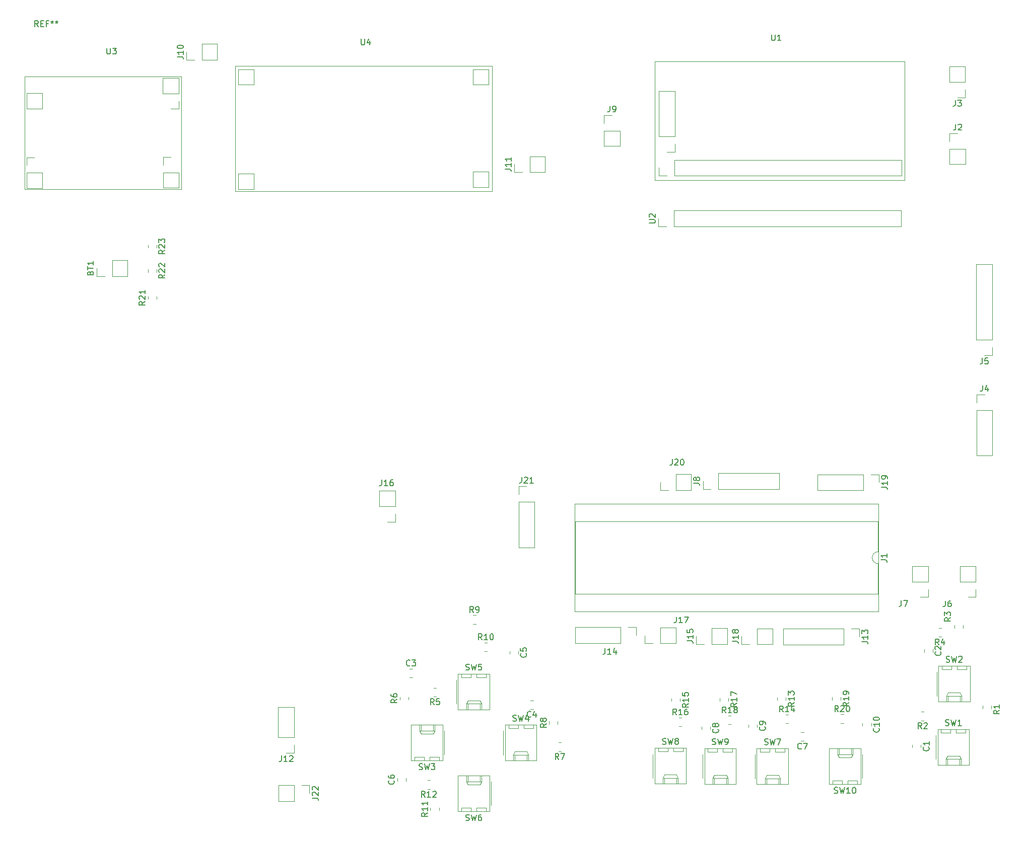
<source format=gbr>
%TF.GenerationSoftware,KiCad,Pcbnew,(6.0.10)*%
%TF.CreationDate,2023-02-06T13:07:10-03:00*%
%TF.ProjectId,JMP_SYSTEM,4a4d505f-5359-4535-9445-4d2e6b696361,rev?*%
%TF.SameCoordinates,Original*%
%TF.FileFunction,Legend,Top*%
%TF.FilePolarity,Positive*%
%FSLAX46Y46*%
G04 Gerber Fmt 4.6, Leading zero omitted, Abs format (unit mm)*
G04 Created by KiCad (PCBNEW (6.0.10)) date 2023-02-06 13:07:10*
%MOMM*%
%LPD*%
G01*
G04 APERTURE LIST*
%ADD10C,0.150000*%
%ADD11C,0.120000*%
G04 APERTURE END LIST*
D10*
%TO.C,R8*%
X-154192219Y-139596866D02*
X-154668409Y-139930200D01*
X-154192219Y-140168295D02*
X-155192219Y-140168295D01*
X-155192219Y-139787342D01*
X-155144600Y-139692104D01*
X-155096980Y-139644485D01*
X-155001742Y-139596866D01*
X-154858885Y-139596866D01*
X-154763647Y-139644485D01*
X-154716028Y-139692104D01*
X-154668409Y-139787342D01*
X-154668409Y-140168295D01*
X-154763647Y-139025438D02*
X-154811266Y-139120676D01*
X-154858885Y-139168295D01*
X-154954123Y-139215914D01*
X-155001742Y-139215914D01*
X-155096980Y-139168295D01*
X-155144600Y-139120676D01*
X-155192219Y-139025438D01*
X-155192219Y-138834961D01*
X-155144600Y-138739723D01*
X-155096980Y-138692104D01*
X-155001742Y-138644485D01*
X-154954123Y-138644485D01*
X-154858885Y-138692104D01*
X-154811266Y-138739723D01*
X-154763647Y-138834961D01*
X-154763647Y-139025438D01*
X-154716028Y-139120676D01*
X-154668409Y-139168295D01*
X-154573171Y-139215914D01*
X-154382695Y-139215914D01*
X-154287457Y-139168295D01*
X-154239838Y-139120676D01*
X-154192219Y-139025438D01*
X-154192219Y-138834961D01*
X-154239838Y-138739723D01*
X-154287457Y-138692104D01*
X-154382695Y-138644485D01*
X-154573171Y-138644485D01*
X-154668409Y-138692104D01*
X-154716028Y-138739723D01*
X-154763647Y-138834961D01*
%TO.C,R12*%
X-174592457Y-151946580D02*
X-174925790Y-151470390D01*
X-175163885Y-151946580D02*
X-175163885Y-150946580D01*
X-174782933Y-150946580D01*
X-174687695Y-150994200D01*
X-174640076Y-151041819D01*
X-174592457Y-151137057D01*
X-174592457Y-151279914D01*
X-174640076Y-151375152D01*
X-174687695Y-151422771D01*
X-174782933Y-151470390D01*
X-175163885Y-151470390D01*
X-173640076Y-151946580D02*
X-174211504Y-151946580D01*
X-173925790Y-151946580D02*
X-173925790Y-150946580D01*
X-174021028Y-151089438D01*
X-174116266Y-151184676D01*
X-174211504Y-151232295D01*
X-173259123Y-151041819D02*
X-173211504Y-150994200D01*
X-173116266Y-150946580D01*
X-172878171Y-150946580D01*
X-172782933Y-150994200D01*
X-172735314Y-151041819D01*
X-172687695Y-151137057D01*
X-172687695Y-151232295D01*
X-172735314Y-151375152D01*
X-173306742Y-151946580D01*
X-172687695Y-151946580D01*
%TO.C,SW9*%
X-126286333Y-143055561D02*
X-126143476Y-143103180D01*
X-125905380Y-143103180D01*
X-125810142Y-143055561D01*
X-125762523Y-143007942D01*
X-125714904Y-142912704D01*
X-125714904Y-142817466D01*
X-125762523Y-142722228D01*
X-125810142Y-142674609D01*
X-125905380Y-142626990D01*
X-126095857Y-142579371D01*
X-126191095Y-142531752D01*
X-126238714Y-142484133D01*
X-126286333Y-142388895D01*
X-126286333Y-142293657D01*
X-126238714Y-142198419D01*
X-126191095Y-142150800D01*
X-126095857Y-142103180D01*
X-125857761Y-142103180D01*
X-125714904Y-142150800D01*
X-125381571Y-142103180D02*
X-125143476Y-143103180D01*
X-124953000Y-142388895D01*
X-124762523Y-143103180D01*
X-124524428Y-142103180D01*
X-124095857Y-143103180D02*
X-123905380Y-143103180D01*
X-123810142Y-143055561D01*
X-123762523Y-143007942D01*
X-123667285Y-142865085D01*
X-123619666Y-142674609D01*
X-123619666Y-142293657D01*
X-123667285Y-142198419D01*
X-123714904Y-142150800D01*
X-123810142Y-142103180D01*
X-124000619Y-142103180D01*
X-124095857Y-142150800D01*
X-124143476Y-142198419D01*
X-124191095Y-142293657D01*
X-124191095Y-142531752D01*
X-124143476Y-142626990D01*
X-124095857Y-142674609D01*
X-124000619Y-142722228D01*
X-123810142Y-142722228D01*
X-123714904Y-142674609D01*
X-123667285Y-142626990D01*
X-123619666Y-142531752D01*
%TO.C,SW1*%
X-87083733Y-139845561D02*
X-86940876Y-139893180D01*
X-86702780Y-139893180D01*
X-86607542Y-139845561D01*
X-86559923Y-139797942D01*
X-86512304Y-139702704D01*
X-86512304Y-139607466D01*
X-86559923Y-139512228D01*
X-86607542Y-139464609D01*
X-86702780Y-139416990D01*
X-86893257Y-139369371D01*
X-86988495Y-139321752D01*
X-87036114Y-139274133D01*
X-87083733Y-139178895D01*
X-87083733Y-139083657D01*
X-87036114Y-138988419D01*
X-86988495Y-138940800D01*
X-86893257Y-138893180D01*
X-86655161Y-138893180D01*
X-86512304Y-138940800D01*
X-86178971Y-138893180D02*
X-85940876Y-139893180D01*
X-85750400Y-139178895D01*
X-85559923Y-139893180D01*
X-85321828Y-138893180D01*
X-84417066Y-139893180D02*
X-84988495Y-139893180D01*
X-84702780Y-139893180D02*
X-84702780Y-138893180D01*
X-84798019Y-139036038D01*
X-84893257Y-139131276D01*
X-84988495Y-139178895D01*
%TO.C,R3*%
X-86237819Y-121756466D02*
X-86714009Y-122089800D01*
X-86237819Y-122327895D02*
X-87237819Y-122327895D01*
X-87237819Y-121946942D01*
X-87190200Y-121851704D01*
X-87142580Y-121804085D01*
X-87047342Y-121756466D01*
X-86904485Y-121756466D01*
X-86809247Y-121804085D01*
X-86761628Y-121851704D01*
X-86714009Y-121946942D01*
X-86714009Y-122327895D01*
X-87237819Y-121423133D02*
X-87237819Y-120804085D01*
X-86856866Y-121137419D01*
X-86856866Y-120994561D01*
X-86809247Y-120899323D01*
X-86761628Y-120851704D01*
X-86666390Y-120804085D01*
X-86428295Y-120804085D01*
X-86333057Y-120851704D01*
X-86285438Y-120899323D01*
X-86237819Y-120994561D01*
X-86237819Y-121280276D01*
X-86285438Y-121375514D01*
X-86333057Y-121423133D01*
%TO.C,J13*%
X-101128419Y-125761723D02*
X-100414133Y-125761723D01*
X-100271276Y-125809342D01*
X-100176038Y-125904580D01*
X-100128419Y-126047438D01*
X-100128419Y-126142676D01*
X-100128419Y-124761723D02*
X-100128419Y-125333152D01*
X-100128419Y-125047438D02*
X-101128419Y-125047438D01*
X-100985561Y-125142676D01*
X-100890323Y-125237914D01*
X-100842704Y-125333152D01*
X-101128419Y-124428390D02*
X-101128419Y-123809342D01*
X-100747466Y-124142676D01*
X-100747466Y-123999819D01*
X-100699847Y-123904580D01*
X-100652228Y-123856961D01*
X-100556990Y-123809342D01*
X-100318895Y-123809342D01*
X-100223657Y-123856961D01*
X-100176038Y-123904580D01*
X-100128419Y-123999819D01*
X-100128419Y-124285533D01*
X-100176038Y-124380771D01*
X-100223657Y-124428390D01*
%TO.C,J1*%
X-97953419Y-111996333D02*
X-97239133Y-111996333D01*
X-97096276Y-112043952D01*
X-97001038Y-112139190D01*
X-96953419Y-112282047D01*
X-96953419Y-112377285D01*
X-96953419Y-110996333D02*
X-96953419Y-111567761D01*
X-96953419Y-111282047D02*
X-97953419Y-111282047D01*
X-97810561Y-111377285D01*
X-97715323Y-111472523D01*
X-97667704Y-111567761D01*
%TO.C,C6*%
X-179814457Y-149163266D02*
X-179766838Y-149210885D01*
X-179719219Y-149353742D01*
X-179719219Y-149448980D01*
X-179766838Y-149591838D01*
X-179862076Y-149687076D01*
X-179957314Y-149734695D01*
X-180147790Y-149782314D01*
X-180290647Y-149782314D01*
X-180481123Y-149734695D01*
X-180576361Y-149687076D01*
X-180671600Y-149591838D01*
X-180719219Y-149448980D01*
X-180719219Y-149353742D01*
X-180671600Y-149210885D01*
X-180623980Y-149163266D01*
X-180719219Y-148306123D02*
X-180719219Y-148496600D01*
X-180671600Y-148591838D01*
X-180623980Y-148639457D01*
X-180481123Y-148734695D01*
X-180290647Y-148782314D01*
X-179909695Y-148782314D01*
X-179814457Y-148734695D01*
X-179766838Y-148687076D01*
X-179719219Y-148591838D01*
X-179719219Y-148401361D01*
X-179766838Y-148306123D01*
X-179814457Y-148258504D01*
X-179909695Y-148210885D01*
X-180147790Y-148210885D01*
X-180243028Y-148258504D01*
X-180290647Y-148306123D01*
X-180338266Y-148401361D01*
X-180338266Y-148591838D01*
X-180290647Y-148687076D01*
X-180243028Y-148734695D01*
X-180147790Y-148782314D01*
%TO.C,SW4*%
X-159788933Y-139103761D02*
X-159646076Y-139151380D01*
X-159407980Y-139151380D01*
X-159312742Y-139103761D01*
X-159265123Y-139056142D01*
X-159217504Y-138960904D01*
X-159217504Y-138865666D01*
X-159265123Y-138770428D01*
X-159312742Y-138722809D01*
X-159407980Y-138675190D01*
X-159598457Y-138627571D01*
X-159693695Y-138579952D01*
X-159741314Y-138532333D01*
X-159788933Y-138437095D01*
X-159788933Y-138341857D01*
X-159741314Y-138246619D01*
X-159693695Y-138199000D01*
X-159598457Y-138151380D01*
X-159360361Y-138151380D01*
X-159217504Y-138199000D01*
X-158884171Y-138151380D02*
X-158646076Y-139151380D01*
X-158455600Y-138437095D01*
X-158265123Y-139151380D01*
X-158027028Y-138151380D01*
X-157217504Y-138484714D02*
X-157217504Y-139151380D01*
X-157455600Y-138103761D02*
X-157693695Y-138818047D01*
X-157074647Y-138818047D01*
%TO.C,SW5*%
X-167713733Y-130523961D02*
X-167570876Y-130571580D01*
X-167332780Y-130571580D01*
X-167237542Y-130523961D01*
X-167189923Y-130476342D01*
X-167142304Y-130381104D01*
X-167142304Y-130285866D01*
X-167189923Y-130190628D01*
X-167237542Y-130143009D01*
X-167332780Y-130095390D01*
X-167523257Y-130047771D01*
X-167618495Y-130000152D01*
X-167666114Y-129952533D01*
X-167713733Y-129857295D01*
X-167713733Y-129762057D01*
X-167666114Y-129666819D01*
X-167618495Y-129619200D01*
X-167523257Y-129571580D01*
X-167285161Y-129571580D01*
X-167142304Y-129619200D01*
X-166808971Y-129571580D02*
X-166570876Y-130571580D01*
X-166380400Y-129857295D01*
X-166189923Y-130571580D01*
X-165951828Y-129571580D01*
X-165094685Y-129571580D02*
X-165570876Y-129571580D01*
X-165618495Y-130047771D01*
X-165570876Y-130000152D01*
X-165475638Y-129952533D01*
X-165237542Y-129952533D01*
X-165142304Y-130000152D01*
X-165094685Y-130047771D01*
X-165047066Y-130143009D01*
X-165047066Y-130381104D01*
X-165094685Y-130476342D01*
X-165142304Y-130523961D01*
X-165237542Y-130571580D01*
X-165475638Y-130571580D01*
X-165570876Y-130523961D01*
X-165618495Y-130476342D01*
%TO.C,J22*%
X-193543619Y-152091923D02*
X-192829333Y-152091923D01*
X-192686476Y-152139542D01*
X-192591238Y-152234780D01*
X-192543619Y-152377638D01*
X-192543619Y-152472876D01*
X-193448380Y-151663352D02*
X-193496000Y-151615733D01*
X-193543619Y-151520495D01*
X-193543619Y-151282400D01*
X-193496000Y-151187161D01*
X-193448380Y-151139542D01*
X-193353142Y-151091923D01*
X-193257904Y-151091923D01*
X-193115047Y-151139542D01*
X-192543619Y-151710971D01*
X-192543619Y-151091923D01*
X-193448380Y-150710971D02*
X-193496000Y-150663352D01*
X-193543619Y-150568114D01*
X-193543619Y-150330019D01*
X-193496000Y-150234780D01*
X-193448380Y-150187161D01*
X-193353142Y-150139542D01*
X-193257904Y-150139542D01*
X-193115047Y-150187161D01*
X-192543619Y-150758590D01*
X-192543619Y-150139542D01*
%TO.C,R1*%
X-78009219Y-137352066D02*
X-78485409Y-137685400D01*
X-78009219Y-137923495D02*
X-79009219Y-137923495D01*
X-79009219Y-137542542D01*
X-78961600Y-137447304D01*
X-78913980Y-137399685D01*
X-78818742Y-137352066D01*
X-78675885Y-137352066D01*
X-78580647Y-137399685D01*
X-78533028Y-137447304D01*
X-78485409Y-137542542D01*
X-78485409Y-137923495D01*
X-78009219Y-136399685D02*
X-78009219Y-136971114D01*
X-78009219Y-136685400D02*
X-79009219Y-136685400D01*
X-78866361Y-136780638D01*
X-78771123Y-136875876D01*
X-78723504Y-136971114D01*
%TO.C,R21*%
X-221629219Y-68572057D02*
X-222105409Y-68905390D01*
X-221629219Y-69143485D02*
X-222629219Y-69143485D01*
X-222629219Y-68762533D01*
X-222581600Y-68667295D01*
X-222533980Y-68619676D01*
X-222438742Y-68572057D01*
X-222295885Y-68572057D01*
X-222200647Y-68619676D01*
X-222153028Y-68667295D01*
X-222105409Y-68762533D01*
X-222105409Y-69143485D01*
X-222533980Y-68191104D02*
X-222581600Y-68143485D01*
X-222629219Y-68048247D01*
X-222629219Y-67810152D01*
X-222581600Y-67714914D01*
X-222533980Y-67667295D01*
X-222438742Y-67619676D01*
X-222343504Y-67619676D01*
X-222200647Y-67667295D01*
X-221629219Y-68238723D01*
X-221629219Y-67619676D01*
X-221629219Y-66667295D02*
X-221629219Y-67238723D01*
X-221629219Y-66953009D02*
X-222629219Y-66953009D01*
X-222486361Y-67048247D01*
X-222391123Y-67143485D01*
X-222343504Y-67238723D01*
%TO.C,U3*%
X-228039304Y-25946380D02*
X-228039304Y-26755904D01*
X-227991685Y-26851142D01*
X-227944066Y-26898761D01*
X-227848828Y-26946380D01*
X-227658352Y-26946380D01*
X-227563114Y-26898761D01*
X-227515495Y-26851142D01*
X-227467876Y-26755904D01*
X-227467876Y-25946380D01*
X-227086923Y-25946380D02*
X-226467876Y-25946380D01*
X-226801209Y-26327333D01*
X-226658352Y-26327333D01*
X-226563114Y-26374952D01*
X-226515495Y-26422571D01*
X-226467876Y-26517809D01*
X-226467876Y-26755904D01*
X-226515495Y-26851142D01*
X-226563114Y-26898761D01*
X-226658352Y-26946380D01*
X-226944066Y-26946380D01*
X-227039304Y-26898761D01*
X-227086923Y-26851142D01*
%TO.C,C3*%
X-177103066Y-129771142D02*
X-177150685Y-129818761D01*
X-177293542Y-129866380D01*
X-177388780Y-129866380D01*
X-177531638Y-129818761D01*
X-177626876Y-129723523D01*
X-177674495Y-129628285D01*
X-177722114Y-129437809D01*
X-177722114Y-129294952D01*
X-177674495Y-129104476D01*
X-177626876Y-129009238D01*
X-177531638Y-128914000D01*
X-177388780Y-128866380D01*
X-177293542Y-128866380D01*
X-177150685Y-128914000D01*
X-177103066Y-128961619D01*
X-176769733Y-128866380D02*
X-176150685Y-128866380D01*
X-176484019Y-129247333D01*
X-176341161Y-129247333D01*
X-176245923Y-129294952D01*
X-176198304Y-129342571D01*
X-176150685Y-129437809D01*
X-176150685Y-129675904D01*
X-176198304Y-129771142D01*
X-176245923Y-129818761D01*
X-176341161Y-129866380D01*
X-176626876Y-129866380D01*
X-176722114Y-129818761D01*
X-176769733Y-129771142D01*
%TO.C,C5*%
X-157616857Y-127776466D02*
X-157569238Y-127824085D01*
X-157521619Y-127966942D01*
X-157521619Y-128062180D01*
X-157569238Y-128205038D01*
X-157664476Y-128300276D01*
X-157759714Y-128347895D01*
X-157950190Y-128395514D01*
X-158093047Y-128395514D01*
X-158283523Y-128347895D01*
X-158378761Y-128300276D01*
X-158474000Y-128205038D01*
X-158521619Y-128062180D01*
X-158521619Y-127966942D01*
X-158474000Y-127824085D01*
X-158426380Y-127776466D01*
X-158521619Y-126871704D02*
X-158521619Y-127347895D01*
X-158045428Y-127395514D01*
X-158093047Y-127347895D01*
X-158140666Y-127252657D01*
X-158140666Y-127014561D01*
X-158093047Y-126919323D01*
X-158045428Y-126871704D01*
X-157950190Y-126824085D01*
X-157712095Y-126824085D01*
X-157616857Y-126871704D01*
X-157569238Y-126919323D01*
X-157521619Y-127014561D01*
X-157521619Y-127252657D01*
X-157569238Y-127347895D01*
X-157616857Y-127395514D01*
%TO.C,J17*%
X-132315723Y-121610580D02*
X-132315723Y-122324866D01*
X-132363342Y-122467723D01*
X-132458580Y-122562961D01*
X-132601438Y-122610580D01*
X-132696676Y-122610580D01*
X-131315723Y-122610580D02*
X-131887152Y-122610580D01*
X-131601438Y-122610580D02*
X-131601438Y-121610580D01*
X-131696676Y-121753438D01*
X-131791914Y-121848676D01*
X-131887152Y-121896295D01*
X-130982390Y-121610580D02*
X-130315723Y-121610580D01*
X-130744295Y-122610580D01*
%TO.C,R9*%
X-166435066Y-120874780D02*
X-166768400Y-120398590D01*
X-167006495Y-120874780D02*
X-167006495Y-119874780D01*
X-166625542Y-119874780D01*
X-166530304Y-119922400D01*
X-166482685Y-119970019D01*
X-166435066Y-120065257D01*
X-166435066Y-120208114D01*
X-166482685Y-120303352D01*
X-166530304Y-120350971D01*
X-166625542Y-120398590D01*
X-167006495Y-120398590D01*
X-165958876Y-120874780D02*
X-165768400Y-120874780D01*
X-165673161Y-120827161D01*
X-165625542Y-120779542D01*
X-165530304Y-120636685D01*
X-165482685Y-120446209D01*
X-165482685Y-120065257D01*
X-165530304Y-119970019D01*
X-165577923Y-119922400D01*
X-165673161Y-119874780D01*
X-165863638Y-119874780D01*
X-165958876Y-119922400D01*
X-166006495Y-119970019D01*
X-166054114Y-120065257D01*
X-166054114Y-120303352D01*
X-166006495Y-120398590D01*
X-165958876Y-120446209D01*
X-165863638Y-120493828D01*
X-165673161Y-120493828D01*
X-165577923Y-120446209D01*
X-165530304Y-120398590D01*
X-165482685Y-120303352D01*
%TO.C,J12*%
X-198726323Y-144972580D02*
X-198726323Y-145686866D01*
X-198773942Y-145829723D01*
X-198869180Y-145924961D01*
X-199012038Y-145972580D01*
X-199107276Y-145972580D01*
X-197726323Y-145972580D02*
X-198297752Y-145972580D01*
X-198012038Y-145972580D02*
X-198012038Y-144972580D01*
X-198107276Y-145115438D01*
X-198202514Y-145210676D01*
X-198297752Y-145258295D01*
X-197345371Y-145067819D02*
X-197297752Y-145020200D01*
X-197202514Y-144972580D01*
X-196964419Y-144972580D01*
X-196869180Y-145020200D01*
X-196821561Y-145067819D01*
X-196773942Y-145163057D01*
X-196773942Y-145258295D01*
X-196821561Y-145401152D01*
X-197392990Y-145972580D01*
X-196773942Y-145972580D01*
%TO.C,J20*%
X-133026923Y-95092980D02*
X-133026923Y-95807266D01*
X-133074542Y-95950123D01*
X-133169780Y-96045361D01*
X-133312638Y-96092980D01*
X-133407876Y-96092980D01*
X-132598352Y-95188219D02*
X-132550733Y-95140600D01*
X-132455495Y-95092980D01*
X-132217400Y-95092980D01*
X-132122161Y-95140600D01*
X-132074542Y-95188219D01*
X-132026923Y-95283457D01*
X-132026923Y-95378695D01*
X-132074542Y-95521552D01*
X-132645971Y-96092980D01*
X-132026923Y-96092980D01*
X-131407876Y-95092980D02*
X-131312638Y-95092980D01*
X-131217400Y-95140600D01*
X-131169780Y-95188219D01*
X-131122161Y-95283457D01*
X-131074542Y-95473933D01*
X-131074542Y-95712028D01*
X-131122161Y-95902504D01*
X-131169780Y-95997742D01*
X-131217400Y-96045361D01*
X-131312638Y-96092980D01*
X-131407876Y-96092980D01*
X-131503114Y-96045361D01*
X-131550733Y-95997742D01*
X-131598352Y-95902504D01*
X-131645971Y-95712028D01*
X-131645971Y-95473933D01*
X-131598352Y-95283457D01*
X-131550733Y-95188219D01*
X-131503114Y-95140600D01*
X-131407876Y-95092980D01*
%TO.C,C10*%
X-98307857Y-140377857D02*
X-98260238Y-140425476D01*
X-98212619Y-140568333D01*
X-98212619Y-140663571D01*
X-98260238Y-140806428D01*
X-98355476Y-140901666D01*
X-98450714Y-140949285D01*
X-98641190Y-140996904D01*
X-98784047Y-140996904D01*
X-98974523Y-140949285D01*
X-99069761Y-140901666D01*
X-99165000Y-140806428D01*
X-99212619Y-140663571D01*
X-99212619Y-140568333D01*
X-99165000Y-140425476D01*
X-99117380Y-140377857D01*
X-98212619Y-139425476D02*
X-98212619Y-139996904D01*
X-98212619Y-139711190D02*
X-99212619Y-139711190D01*
X-99069761Y-139806428D01*
X-98974523Y-139901666D01*
X-98926904Y-139996904D01*
X-99212619Y-138806428D02*
X-99212619Y-138711190D01*
X-99165000Y-138615952D01*
X-99117380Y-138568333D01*
X-99022142Y-138520714D01*
X-98831666Y-138473095D01*
X-98593571Y-138473095D01*
X-98403095Y-138520714D01*
X-98307857Y-138568333D01*
X-98260238Y-138615952D01*
X-98212619Y-138711190D01*
X-98212619Y-138806428D01*
X-98260238Y-138901666D01*
X-98307857Y-138949285D01*
X-98403095Y-138996904D01*
X-98593571Y-139044523D01*
X-98831666Y-139044523D01*
X-99022142Y-138996904D01*
X-99117380Y-138949285D01*
X-99165000Y-138901666D01*
X-99212619Y-138806428D01*
%TO.C,R14*%
X-114369057Y-137602980D02*
X-114702390Y-137126790D01*
X-114940485Y-137602980D02*
X-114940485Y-136602980D01*
X-114559533Y-136602980D01*
X-114464295Y-136650600D01*
X-114416676Y-136698219D01*
X-114369057Y-136793457D01*
X-114369057Y-136936314D01*
X-114416676Y-137031552D01*
X-114464295Y-137079171D01*
X-114559533Y-137126790D01*
X-114940485Y-137126790D01*
X-113416676Y-137602980D02*
X-113988104Y-137602980D01*
X-113702390Y-137602980D02*
X-113702390Y-136602980D01*
X-113797628Y-136745838D01*
X-113892866Y-136841076D01*
X-113988104Y-136888695D01*
X-112559533Y-136936314D02*
X-112559533Y-137602980D01*
X-112797628Y-136555361D02*
X-113035723Y-137269647D01*
X-112416676Y-137269647D01*
%TO.C,SW7*%
X-117497933Y-143080961D02*
X-117355076Y-143128580D01*
X-117116980Y-143128580D01*
X-117021742Y-143080961D01*
X-116974123Y-143033342D01*
X-116926504Y-142938104D01*
X-116926504Y-142842866D01*
X-116974123Y-142747628D01*
X-117021742Y-142700009D01*
X-117116980Y-142652390D01*
X-117307457Y-142604771D01*
X-117402695Y-142557152D01*
X-117450314Y-142509533D01*
X-117497933Y-142414295D01*
X-117497933Y-142319057D01*
X-117450314Y-142223819D01*
X-117402695Y-142176200D01*
X-117307457Y-142128580D01*
X-117069361Y-142128580D01*
X-116926504Y-142176200D01*
X-116593171Y-142128580D02*
X-116355076Y-143128580D01*
X-116164600Y-142414295D01*
X-115974123Y-143128580D01*
X-115736028Y-142128580D01*
X-115450314Y-142128580D02*
X-114783647Y-142128580D01*
X-115212219Y-143128580D01*
%TO.C,R4*%
X-88177666Y-126333780D02*
X-88511000Y-125857590D01*
X-88749095Y-126333780D02*
X-88749095Y-125333780D01*
X-88368142Y-125333780D01*
X-88272904Y-125381400D01*
X-88225285Y-125429019D01*
X-88177666Y-125524257D01*
X-88177666Y-125667114D01*
X-88225285Y-125762352D01*
X-88272904Y-125809971D01*
X-88368142Y-125857590D01*
X-88749095Y-125857590D01*
X-87320523Y-125667114D02*
X-87320523Y-126333780D01*
X-87558619Y-125286161D02*
X-87796714Y-126000447D01*
X-87177666Y-126000447D01*
%TO.C,C7*%
X-111302066Y-143774142D02*
X-111349685Y-143821761D01*
X-111492542Y-143869380D01*
X-111587780Y-143869380D01*
X-111730638Y-143821761D01*
X-111825876Y-143726523D01*
X-111873495Y-143631285D01*
X-111921114Y-143440809D01*
X-111921114Y-143297952D01*
X-111873495Y-143107476D01*
X-111825876Y-143012238D01*
X-111730638Y-142917000D01*
X-111587780Y-142869380D01*
X-111492542Y-142869380D01*
X-111349685Y-142917000D01*
X-111302066Y-142964619D01*
X-110968733Y-142869380D02*
X-110302066Y-142869380D01*
X-110730638Y-143869380D01*
%TO.C,R5*%
X-173064466Y-136401580D02*
X-173397800Y-135925390D01*
X-173635895Y-136401580D02*
X-173635895Y-135401580D01*
X-173254942Y-135401580D01*
X-173159704Y-135449200D01*
X-173112085Y-135496819D01*
X-173064466Y-135592057D01*
X-173064466Y-135734914D01*
X-173112085Y-135830152D01*
X-173159704Y-135877771D01*
X-173254942Y-135925390D01*
X-173635895Y-135925390D01*
X-172159704Y-135401580D02*
X-172635895Y-135401580D01*
X-172683514Y-135877771D01*
X-172635895Y-135830152D01*
X-172540657Y-135782533D01*
X-172302561Y-135782533D01*
X-172207323Y-135830152D01*
X-172159704Y-135877771D01*
X-172112085Y-135973009D01*
X-172112085Y-136211104D01*
X-172159704Y-136306342D01*
X-172207323Y-136353961D01*
X-172302561Y-136401580D01*
X-172540657Y-136401580D01*
X-172635895Y-136353961D01*
X-172683514Y-136306342D01*
%TO.C,J15*%
X-130523019Y-125660123D02*
X-129808733Y-125660123D01*
X-129665876Y-125707742D01*
X-129570638Y-125802980D01*
X-129523019Y-125945838D01*
X-129523019Y-126041076D01*
X-129523019Y-124660123D02*
X-129523019Y-125231552D01*
X-129523019Y-124945838D02*
X-130523019Y-124945838D01*
X-130380161Y-125041076D01*
X-130284923Y-125136314D01*
X-130237304Y-125231552D01*
X-130523019Y-123755361D02*
X-130523019Y-124231552D01*
X-130046828Y-124279171D01*
X-130094447Y-124231552D01*
X-130142066Y-124136314D01*
X-130142066Y-123898219D01*
X-130094447Y-123802980D01*
X-130046828Y-123755361D01*
X-129951590Y-123707742D01*
X-129713495Y-123707742D01*
X-129618257Y-123755361D01*
X-129570638Y-123802980D01*
X-129523019Y-123898219D01*
X-129523019Y-124136314D01*
X-129570638Y-124231552D01*
X-129618257Y-124279171D01*
%TO.C,R20*%
X-105098057Y-137546780D02*
X-105431390Y-137070590D01*
X-105669485Y-137546780D02*
X-105669485Y-136546780D01*
X-105288533Y-136546780D01*
X-105193295Y-136594400D01*
X-105145676Y-136642019D01*
X-105098057Y-136737257D01*
X-105098057Y-136880114D01*
X-105145676Y-136975352D01*
X-105193295Y-137022971D01*
X-105288533Y-137070590D01*
X-105669485Y-137070590D01*
X-104717104Y-136642019D02*
X-104669485Y-136594400D01*
X-104574247Y-136546780D01*
X-104336152Y-136546780D01*
X-104240914Y-136594400D01*
X-104193295Y-136642019D01*
X-104145676Y-136737257D01*
X-104145676Y-136832495D01*
X-104193295Y-136975352D01*
X-104764723Y-137546780D01*
X-104145676Y-137546780D01*
X-103526628Y-136546780D02*
X-103431390Y-136546780D01*
X-103336152Y-136594400D01*
X-103288533Y-136642019D01*
X-103240914Y-136737257D01*
X-103193295Y-136927733D01*
X-103193295Y-137165828D01*
X-103240914Y-137356304D01*
X-103288533Y-137451542D01*
X-103336152Y-137499161D01*
X-103431390Y-137546780D01*
X-103526628Y-137546780D01*
X-103621866Y-137499161D01*
X-103669485Y-137451542D01*
X-103717104Y-137356304D01*
X-103764723Y-137165828D01*
X-103764723Y-136927733D01*
X-103717104Y-136737257D01*
X-103669485Y-136642019D01*
X-103621866Y-136594400D01*
X-103526628Y-136546780D01*
%TO.C,J4*%
X-80851333Y-82669580D02*
X-80851333Y-83383866D01*
X-80898952Y-83526723D01*
X-80994190Y-83621961D01*
X-81137047Y-83669580D01*
X-81232285Y-83669580D01*
X-79946571Y-83002914D02*
X-79946571Y-83669580D01*
X-80184666Y-82621961D02*
X-80422761Y-83336247D01*
X-79803714Y-83336247D01*
%TO.C,R2*%
X-91098666Y-140430780D02*
X-91432000Y-139954590D01*
X-91670095Y-140430780D02*
X-91670095Y-139430780D01*
X-91289142Y-139430780D01*
X-91193904Y-139478400D01*
X-91146285Y-139526019D01*
X-91098666Y-139621257D01*
X-91098666Y-139764114D01*
X-91146285Y-139859352D01*
X-91193904Y-139906971D01*
X-91289142Y-139954590D01*
X-91670095Y-139954590D01*
X-90717714Y-139526019D02*
X-90670095Y-139478400D01*
X-90574857Y-139430780D01*
X-90336761Y-139430780D01*
X-90241523Y-139478400D01*
X-90193904Y-139526019D01*
X-90146285Y-139621257D01*
X-90146285Y-139716495D01*
X-90193904Y-139859352D01*
X-90765333Y-140430780D01*
X-90146285Y-140430780D01*
%TO.C,R16*%
X-132301457Y-138110980D02*
X-132634790Y-137634790D01*
X-132872885Y-138110980D02*
X-132872885Y-137110980D01*
X-132491933Y-137110980D01*
X-132396695Y-137158600D01*
X-132349076Y-137206219D01*
X-132301457Y-137301457D01*
X-132301457Y-137444314D01*
X-132349076Y-137539552D01*
X-132396695Y-137587171D01*
X-132491933Y-137634790D01*
X-132872885Y-137634790D01*
X-131349076Y-138110980D02*
X-131920504Y-138110980D01*
X-131634790Y-138110980D02*
X-131634790Y-137110980D01*
X-131730028Y-137253838D01*
X-131825266Y-137349076D01*
X-131920504Y-137396695D01*
X-130491933Y-137110980D02*
X-130682409Y-137110980D01*
X-130777647Y-137158600D01*
X-130825266Y-137206219D01*
X-130920504Y-137349076D01*
X-130968123Y-137539552D01*
X-130968123Y-137920504D01*
X-130920504Y-138015742D01*
X-130872885Y-138063361D01*
X-130777647Y-138110980D01*
X-130587171Y-138110980D01*
X-130491933Y-138063361D01*
X-130444314Y-138015742D01*
X-130396695Y-137920504D01*
X-130396695Y-137682409D01*
X-130444314Y-137587171D01*
X-130491933Y-137539552D01*
X-130587171Y-137491933D01*
X-130777647Y-137491933D01*
X-130872885Y-137539552D01*
X-130920504Y-137587171D01*
X-130968123Y-137682409D01*
%TO.C,R18*%
X-123995657Y-137764780D02*
X-124328990Y-137288590D01*
X-124567085Y-137764780D02*
X-124567085Y-136764780D01*
X-124186133Y-136764780D01*
X-124090895Y-136812400D01*
X-124043276Y-136860019D01*
X-123995657Y-136955257D01*
X-123995657Y-137098114D01*
X-124043276Y-137193352D01*
X-124090895Y-137240971D01*
X-124186133Y-137288590D01*
X-124567085Y-137288590D01*
X-123043276Y-137764780D02*
X-123614704Y-137764780D01*
X-123328990Y-137764780D02*
X-123328990Y-136764780D01*
X-123424228Y-136907638D01*
X-123519466Y-137002876D01*
X-123614704Y-137050495D01*
X-122471847Y-137193352D02*
X-122567085Y-137145733D01*
X-122614704Y-137098114D01*
X-122662323Y-137002876D01*
X-122662323Y-136955257D01*
X-122614704Y-136860019D01*
X-122567085Y-136812400D01*
X-122471847Y-136764780D01*
X-122281371Y-136764780D01*
X-122186133Y-136812400D01*
X-122138514Y-136860019D01*
X-122090895Y-136955257D01*
X-122090895Y-137002876D01*
X-122138514Y-137098114D01*
X-122186133Y-137145733D01*
X-122281371Y-137193352D01*
X-122471847Y-137193352D01*
X-122567085Y-137240971D01*
X-122614704Y-137288590D01*
X-122662323Y-137383828D01*
X-122662323Y-137574304D01*
X-122614704Y-137669542D01*
X-122567085Y-137717161D01*
X-122471847Y-137764780D01*
X-122281371Y-137764780D01*
X-122186133Y-137717161D01*
X-122138514Y-137669542D01*
X-122090895Y-137574304D01*
X-122090895Y-137383828D01*
X-122138514Y-137288590D01*
X-122186133Y-137240971D01*
X-122281371Y-137193352D01*
%TO.C,SW10*%
X-105782123Y-151250161D02*
X-105639266Y-151297780D01*
X-105401171Y-151297780D01*
X-105305933Y-151250161D01*
X-105258314Y-151202542D01*
X-105210695Y-151107304D01*
X-105210695Y-151012066D01*
X-105258314Y-150916828D01*
X-105305933Y-150869209D01*
X-105401171Y-150821590D01*
X-105591647Y-150773971D01*
X-105686885Y-150726352D01*
X-105734504Y-150678733D01*
X-105782123Y-150583495D01*
X-105782123Y-150488257D01*
X-105734504Y-150393019D01*
X-105686885Y-150345400D01*
X-105591647Y-150297780D01*
X-105353552Y-150297780D01*
X-105210695Y-150345400D01*
X-104877361Y-150297780D02*
X-104639266Y-151297780D01*
X-104448790Y-150583495D01*
X-104258314Y-151297780D01*
X-104020219Y-150297780D01*
X-103115457Y-151297780D02*
X-103686885Y-151297780D01*
X-103401171Y-151297780D02*
X-103401171Y-150297780D01*
X-103496409Y-150440638D01*
X-103591647Y-150535876D01*
X-103686885Y-150583495D01*
X-102496409Y-150297780D02*
X-102401171Y-150297780D01*
X-102305933Y-150345400D01*
X-102258314Y-150393019D01*
X-102210695Y-150488257D01*
X-102163076Y-150678733D01*
X-102163076Y-150916828D01*
X-102210695Y-151107304D01*
X-102258314Y-151202542D01*
X-102305933Y-151250161D01*
X-102401171Y-151297780D01*
X-102496409Y-151297780D01*
X-102591647Y-151250161D01*
X-102639266Y-151202542D01*
X-102686885Y-151107304D01*
X-102734504Y-150916828D01*
X-102734504Y-150678733D01*
X-102686885Y-150488257D01*
X-102639266Y-150393019D01*
X-102591647Y-150345400D01*
X-102496409Y-150297780D01*
%TO.C,J8*%
X-129405419Y-99123533D02*
X-128691133Y-99123533D01*
X-128548276Y-99171152D01*
X-128453038Y-99266390D01*
X-128405419Y-99409247D01*
X-128405419Y-99504485D01*
X-128976847Y-98504485D02*
X-129024466Y-98599723D01*
X-129072085Y-98647342D01*
X-129167323Y-98694961D01*
X-129214942Y-98694961D01*
X-129310180Y-98647342D01*
X-129357800Y-98599723D01*
X-129405419Y-98504485D01*
X-129405419Y-98314009D01*
X-129357800Y-98218771D01*
X-129310180Y-98171152D01*
X-129214942Y-98123533D01*
X-129167323Y-98123533D01*
X-129072085Y-98171152D01*
X-129024466Y-98218771D01*
X-128976847Y-98314009D01*
X-128976847Y-98504485D01*
X-128929228Y-98599723D01*
X-128881609Y-98647342D01*
X-128786371Y-98694961D01*
X-128595895Y-98694961D01*
X-128500657Y-98647342D01*
X-128453038Y-98599723D01*
X-128405419Y-98504485D01*
X-128405419Y-98314009D01*
X-128453038Y-98218771D01*
X-128500657Y-98171152D01*
X-128595895Y-98123533D01*
X-128786371Y-98123533D01*
X-128881609Y-98171152D01*
X-128929228Y-98218771D01*
X-128976847Y-98314009D01*
%TO.C,J19*%
X-97831419Y-99802923D02*
X-97117133Y-99802923D01*
X-96974276Y-99850542D01*
X-96879038Y-99945780D01*
X-96831419Y-100088638D01*
X-96831419Y-100183876D01*
X-96831419Y-98802923D02*
X-96831419Y-99374352D01*
X-96831419Y-99088638D02*
X-97831419Y-99088638D01*
X-97688561Y-99183876D01*
X-97593323Y-99279114D01*
X-97545704Y-99374352D01*
X-96831419Y-98326733D02*
X-96831419Y-98136257D01*
X-96879038Y-98041019D01*
X-96926657Y-97993400D01*
X-97069514Y-97898161D01*
X-97259990Y-97850542D01*
X-97640942Y-97850542D01*
X-97736180Y-97898161D01*
X-97783800Y-97945780D01*
X-97831419Y-98041019D01*
X-97831419Y-98231495D01*
X-97783800Y-98326733D01*
X-97736180Y-98374352D01*
X-97640942Y-98421971D01*
X-97402847Y-98421971D01*
X-97307609Y-98374352D01*
X-97259990Y-98326733D01*
X-97212371Y-98231495D01*
X-97212371Y-98041019D01*
X-97259990Y-97945780D01*
X-97307609Y-97898161D01*
X-97402847Y-97850542D01*
%TO.C,*%
%TO.C,U4*%
X-185313704Y-24398680D02*
X-185313704Y-25208204D01*
X-185266085Y-25303442D01*
X-185218466Y-25351061D01*
X-185123228Y-25398680D01*
X-184932752Y-25398680D01*
X-184837514Y-25351061D01*
X-184789895Y-25303442D01*
X-184742276Y-25208204D01*
X-184742276Y-24398680D01*
X-183837514Y-24732014D02*
X-183837514Y-25398680D01*
X-184075609Y-24351061D02*
X-184313704Y-25065347D01*
X-183694657Y-25065347D01*
%TO.C,R22*%
X-218318819Y-64041257D02*
X-218795009Y-64374590D01*
X-218318819Y-64612685D02*
X-219318819Y-64612685D01*
X-219318819Y-64231733D01*
X-219271200Y-64136495D01*
X-219223580Y-64088876D01*
X-219128342Y-64041257D01*
X-218985485Y-64041257D01*
X-218890247Y-64088876D01*
X-218842628Y-64136495D01*
X-218795009Y-64231733D01*
X-218795009Y-64612685D01*
X-219223580Y-63660304D02*
X-219271200Y-63612685D01*
X-219318819Y-63517447D01*
X-219318819Y-63279352D01*
X-219271200Y-63184114D01*
X-219223580Y-63136495D01*
X-219128342Y-63088876D01*
X-219033104Y-63088876D01*
X-218890247Y-63136495D01*
X-218318819Y-63707923D01*
X-218318819Y-63088876D01*
X-219223580Y-62707923D02*
X-219271200Y-62660304D01*
X-219318819Y-62565066D01*
X-219318819Y-62326971D01*
X-219271200Y-62231733D01*
X-219223580Y-62184114D01*
X-219128342Y-62136495D01*
X-219033104Y-62136495D01*
X-218890247Y-62184114D01*
X-218318819Y-62755542D01*
X-218318819Y-62136495D01*
%TO.C,SW2*%
X-86956733Y-129197561D02*
X-86813876Y-129245180D01*
X-86575780Y-129245180D01*
X-86480542Y-129197561D01*
X-86432923Y-129149942D01*
X-86385304Y-129054704D01*
X-86385304Y-128959466D01*
X-86432923Y-128864228D01*
X-86480542Y-128816609D01*
X-86575780Y-128768990D01*
X-86766257Y-128721371D01*
X-86861495Y-128673752D01*
X-86909114Y-128626133D01*
X-86956733Y-128530895D01*
X-86956733Y-128435657D01*
X-86909114Y-128340419D01*
X-86861495Y-128292800D01*
X-86766257Y-128245180D01*
X-86528161Y-128245180D01*
X-86385304Y-128292800D01*
X-86051971Y-128245180D02*
X-85813876Y-129245180D01*
X-85623400Y-128530895D01*
X-85432923Y-129245180D01*
X-85194828Y-128245180D01*
X-84861495Y-128340419D02*
X-84813876Y-128292800D01*
X-84718638Y-128245180D01*
X-84480542Y-128245180D01*
X-84385304Y-128292800D01*
X-84337685Y-128340419D01*
X-84290066Y-128435657D01*
X-84290066Y-128530895D01*
X-84337685Y-128673752D01*
X-84909114Y-129245180D01*
X-84290066Y-129245180D01*
%TO.C,J10*%
X-216237619Y-27382923D02*
X-215523333Y-27382923D01*
X-215380476Y-27430542D01*
X-215285238Y-27525780D01*
X-215237619Y-27668638D01*
X-215237619Y-27763876D01*
X-215237619Y-26382923D02*
X-215237619Y-26954352D01*
X-215237619Y-26668638D02*
X-216237619Y-26668638D01*
X-216094761Y-26763876D01*
X-215999523Y-26859114D01*
X-215951904Y-26954352D01*
X-216237619Y-25763876D02*
X-216237619Y-25668638D01*
X-216190000Y-25573400D01*
X-216142380Y-25525780D01*
X-216047142Y-25478161D01*
X-215856666Y-25430542D01*
X-215618571Y-25430542D01*
X-215428095Y-25478161D01*
X-215332857Y-25525780D01*
X-215285238Y-25573400D01*
X-215237619Y-25668638D01*
X-215237619Y-25763876D01*
X-215285238Y-25859114D01*
X-215332857Y-25906733D01*
X-215428095Y-25954352D01*
X-215618571Y-26001971D01*
X-215856666Y-26001971D01*
X-216047142Y-25954352D01*
X-216142380Y-25906733D01*
X-216190000Y-25859114D01*
X-216237619Y-25763876D01*
%TO.C,R15*%
X-130318219Y-136243057D02*
X-130794409Y-136576390D01*
X-130318219Y-136814485D02*
X-131318219Y-136814485D01*
X-131318219Y-136433533D01*
X-131270600Y-136338295D01*
X-131222980Y-136290676D01*
X-131127742Y-136243057D01*
X-130984885Y-136243057D01*
X-130889647Y-136290676D01*
X-130842028Y-136338295D01*
X-130794409Y-136433533D01*
X-130794409Y-136814485D01*
X-130318219Y-135290676D02*
X-130318219Y-135862104D01*
X-130318219Y-135576390D02*
X-131318219Y-135576390D01*
X-131175361Y-135671628D01*
X-131080123Y-135766866D01*
X-131032504Y-135862104D01*
X-131318219Y-134385914D02*
X-131318219Y-134862104D01*
X-130842028Y-134909723D01*
X-130889647Y-134862104D01*
X-130937266Y-134766866D01*
X-130937266Y-134528771D01*
X-130889647Y-134433533D01*
X-130842028Y-134385914D01*
X-130746790Y-134338295D01*
X-130508695Y-134338295D01*
X-130413457Y-134385914D01*
X-130365838Y-134433533D01*
X-130318219Y-134528771D01*
X-130318219Y-134766866D01*
X-130365838Y-134862104D01*
X-130413457Y-134909723D01*
%TO.C,R7*%
X-152094466Y-145596580D02*
X-152427800Y-145120390D01*
X-152665895Y-145596580D02*
X-152665895Y-144596580D01*
X-152284942Y-144596580D01*
X-152189704Y-144644200D01*
X-152142085Y-144691819D01*
X-152094466Y-144787057D01*
X-152094466Y-144929914D01*
X-152142085Y-145025152D01*
X-152189704Y-145072771D01*
X-152284942Y-145120390D01*
X-152665895Y-145120390D01*
X-151761133Y-144596580D02*
X-151094466Y-144596580D01*
X-151523038Y-145596580D01*
%TO.C,R17*%
X-122190219Y-136161457D02*
X-122666409Y-136494790D01*
X-122190219Y-136732885D02*
X-123190219Y-136732885D01*
X-123190219Y-136351933D01*
X-123142600Y-136256695D01*
X-123094980Y-136209076D01*
X-122999742Y-136161457D01*
X-122856885Y-136161457D01*
X-122761647Y-136209076D01*
X-122714028Y-136256695D01*
X-122666409Y-136351933D01*
X-122666409Y-136732885D01*
X-122190219Y-135209076D02*
X-122190219Y-135780504D01*
X-122190219Y-135494790D02*
X-123190219Y-135494790D01*
X-123047361Y-135590028D01*
X-122952123Y-135685266D01*
X-122904504Y-135780504D01*
X-123190219Y-134875742D02*
X-123190219Y-134209076D01*
X-122190219Y-134637647D01*
%TO.C,R13*%
X-112538219Y-136039857D02*
X-113014409Y-136373190D01*
X-112538219Y-136611285D02*
X-113538219Y-136611285D01*
X-113538219Y-136230333D01*
X-113490600Y-136135095D01*
X-113442980Y-136087476D01*
X-113347742Y-136039857D01*
X-113204885Y-136039857D01*
X-113109647Y-136087476D01*
X-113062028Y-136135095D01*
X-113014409Y-136230333D01*
X-113014409Y-136611285D01*
X-112538219Y-135087476D02*
X-112538219Y-135658904D01*
X-112538219Y-135373190D02*
X-113538219Y-135373190D01*
X-113395361Y-135468428D01*
X-113300123Y-135563666D01*
X-113252504Y-135658904D01*
X-113538219Y-134754142D02*
X-113538219Y-134135095D01*
X-113157266Y-134468428D01*
X-113157266Y-134325571D01*
X-113109647Y-134230333D01*
X-113062028Y-134182714D01*
X-112966790Y-134135095D01*
X-112728695Y-134135095D01*
X-112633457Y-134182714D01*
X-112585838Y-134230333D01*
X-112538219Y-134325571D01*
X-112538219Y-134611285D01*
X-112585838Y-134706523D01*
X-112633457Y-134754142D01*
%TO.C,C2*%
X-87934257Y-127471466D02*
X-87886638Y-127519085D01*
X-87839019Y-127661942D01*
X-87839019Y-127757180D01*
X-87886638Y-127900038D01*
X-87981876Y-127995276D01*
X-88077114Y-128042895D01*
X-88267590Y-128090514D01*
X-88410447Y-128090514D01*
X-88600923Y-128042895D01*
X-88696161Y-127995276D01*
X-88791400Y-127900038D01*
X-88839019Y-127757180D01*
X-88839019Y-127661942D01*
X-88791400Y-127519085D01*
X-88743780Y-127471466D01*
X-88743780Y-127090514D02*
X-88791400Y-127042895D01*
X-88839019Y-126947657D01*
X-88839019Y-126709561D01*
X-88791400Y-126614323D01*
X-88743780Y-126566704D01*
X-88648542Y-126519085D01*
X-88553304Y-126519085D01*
X-88410447Y-126566704D01*
X-87839019Y-127138133D01*
X-87839019Y-126519085D01*
%TO.C,J18*%
X-122908019Y-125710923D02*
X-122193733Y-125710923D01*
X-122050876Y-125758542D01*
X-121955638Y-125853780D01*
X-121908019Y-125996638D01*
X-121908019Y-126091876D01*
X-121908019Y-124710923D02*
X-121908019Y-125282352D01*
X-121908019Y-124996638D02*
X-122908019Y-124996638D01*
X-122765161Y-125091876D01*
X-122669923Y-125187114D01*
X-122622304Y-125282352D01*
X-122479447Y-124139495D02*
X-122527066Y-124234733D01*
X-122574685Y-124282352D01*
X-122669923Y-124329971D01*
X-122717542Y-124329971D01*
X-122812780Y-124282352D01*
X-122860400Y-124234733D01*
X-122908019Y-124139495D01*
X-122908019Y-123949019D01*
X-122860400Y-123853780D01*
X-122812780Y-123806161D01*
X-122717542Y-123758542D01*
X-122669923Y-123758542D01*
X-122574685Y-123806161D01*
X-122527066Y-123853780D01*
X-122479447Y-123949019D01*
X-122479447Y-124139495D01*
X-122431828Y-124234733D01*
X-122384209Y-124282352D01*
X-122288971Y-124329971D01*
X-122098495Y-124329971D01*
X-122003257Y-124282352D01*
X-121955638Y-124234733D01*
X-121908019Y-124139495D01*
X-121908019Y-123949019D01*
X-121955638Y-123853780D01*
X-122003257Y-123806161D01*
X-122098495Y-123758542D01*
X-122288971Y-123758542D01*
X-122384209Y-123806161D01*
X-122431828Y-123853780D01*
X-122479447Y-123949019D01*
%TO.C,C4*%
X-156783066Y-138405142D02*
X-156830685Y-138452761D01*
X-156973542Y-138500380D01*
X-157068780Y-138500380D01*
X-157211638Y-138452761D01*
X-157306876Y-138357523D01*
X-157354495Y-138262285D01*
X-157402114Y-138071809D01*
X-157402114Y-137928952D01*
X-157354495Y-137738476D01*
X-157306876Y-137643238D01*
X-157211638Y-137548000D01*
X-157068780Y-137500380D01*
X-156973542Y-137500380D01*
X-156830685Y-137548000D01*
X-156783066Y-137595619D01*
X-155925923Y-137833714D02*
X-155925923Y-138500380D01*
X-156164019Y-137452761D02*
X-156402114Y-138167047D01*
X-155783066Y-138167047D01*
%TO.C,R19*%
X-103318019Y-136009057D02*
X-103794209Y-136342390D01*
X-103318019Y-136580485D02*
X-104318019Y-136580485D01*
X-104318019Y-136199533D01*
X-104270400Y-136104295D01*
X-104222780Y-136056676D01*
X-104127542Y-136009057D01*
X-103984685Y-136009057D01*
X-103889447Y-136056676D01*
X-103841828Y-136104295D01*
X-103794209Y-136199533D01*
X-103794209Y-136580485D01*
X-103318019Y-135056676D02*
X-103318019Y-135628104D01*
X-103318019Y-135342390D02*
X-104318019Y-135342390D01*
X-104175161Y-135437628D01*
X-104079923Y-135532866D01*
X-104032304Y-135628104D01*
X-103318019Y-134580485D02*
X-103318019Y-134390009D01*
X-103365638Y-134294771D01*
X-103413257Y-134247152D01*
X-103556114Y-134151914D01*
X-103746590Y-134104295D01*
X-104127542Y-134104295D01*
X-104222780Y-134151914D01*
X-104270400Y-134199533D01*
X-104318019Y-134294771D01*
X-104318019Y-134485247D01*
X-104270400Y-134580485D01*
X-104222780Y-134628104D01*
X-104127542Y-134675723D01*
X-103889447Y-134675723D01*
X-103794209Y-134628104D01*
X-103746590Y-134580485D01*
X-103698971Y-134485247D01*
X-103698971Y-134294771D01*
X-103746590Y-134199533D01*
X-103794209Y-134151914D01*
X-103889447Y-134104295D01*
%TO.C,J16*%
X-181860723Y-98568180D02*
X-181860723Y-99282466D01*
X-181908342Y-99425323D01*
X-182003580Y-99520561D01*
X-182146438Y-99568180D01*
X-182241676Y-99568180D01*
X-180860723Y-99568180D02*
X-181432152Y-99568180D01*
X-181146438Y-99568180D02*
X-181146438Y-98568180D01*
X-181241676Y-98711038D01*
X-181336914Y-98806276D01*
X-181432152Y-98853895D01*
X-180003580Y-98568180D02*
X-180194057Y-98568180D01*
X-180289295Y-98615800D01*
X-180336914Y-98663419D01*
X-180432152Y-98806276D01*
X-180479771Y-98996752D01*
X-180479771Y-99377704D01*
X-180432152Y-99472942D01*
X-180384533Y-99520561D01*
X-180289295Y-99568180D01*
X-180098819Y-99568180D01*
X-180003580Y-99520561D01*
X-179955961Y-99472942D01*
X-179908342Y-99377704D01*
X-179908342Y-99139609D01*
X-179955961Y-99044371D01*
X-180003580Y-98996752D01*
X-180098819Y-98949133D01*
X-180289295Y-98949133D01*
X-180384533Y-98996752D01*
X-180432152Y-99044371D01*
X-180479771Y-99139609D01*
%TO.C,U1*%
X-116316404Y-23649880D02*
X-116316404Y-24459404D01*
X-116268785Y-24554642D01*
X-116221166Y-24602261D01*
X-116125928Y-24649880D01*
X-115935452Y-24649880D01*
X-115840214Y-24602261D01*
X-115792595Y-24554642D01*
X-115744976Y-24459404D01*
X-115744976Y-23649880D01*
X-114744976Y-24649880D02*
X-115316404Y-24649880D01*
X-115030690Y-24649880D02*
X-115030690Y-23649880D01*
X-115125928Y-23792738D01*
X-115221166Y-23887976D01*
X-115316404Y-23935595D01*
%TO.C,SW3*%
X-175577333Y-147272761D02*
X-175434476Y-147320380D01*
X-175196380Y-147320380D01*
X-175101142Y-147272761D01*
X-175053523Y-147225142D01*
X-175005904Y-147129904D01*
X-175005904Y-147034666D01*
X-175053523Y-146939428D01*
X-175101142Y-146891809D01*
X-175196380Y-146844190D01*
X-175386857Y-146796571D01*
X-175482095Y-146748952D01*
X-175529714Y-146701333D01*
X-175577333Y-146606095D01*
X-175577333Y-146510857D01*
X-175529714Y-146415619D01*
X-175482095Y-146368000D01*
X-175386857Y-146320380D01*
X-175148761Y-146320380D01*
X-175005904Y-146368000D01*
X-174672571Y-146320380D02*
X-174434476Y-147320380D01*
X-174244000Y-146606095D01*
X-174053523Y-147320380D01*
X-173815428Y-146320380D01*
X-173529714Y-146320380D02*
X-172910666Y-146320380D01*
X-173244000Y-146701333D01*
X-173101142Y-146701333D01*
X-173005904Y-146748952D01*
X-172958285Y-146796571D01*
X-172910666Y-146891809D01*
X-172910666Y-147129904D01*
X-172958285Y-147225142D01*
X-173005904Y-147272761D01*
X-173101142Y-147320380D01*
X-173386857Y-147320380D01*
X-173482095Y-147272761D01*
X-173529714Y-147225142D01*
%TO.C,*%
%TO.C,J9*%
X-143487733Y-35674580D02*
X-143487733Y-36388866D01*
X-143535352Y-36531723D01*
X-143630590Y-36626961D01*
X-143773447Y-36674580D01*
X-143868685Y-36674580D01*
X-142963923Y-36674580D02*
X-142773447Y-36674580D01*
X-142678209Y-36626961D01*
X-142630590Y-36579342D01*
X-142535352Y-36436485D01*
X-142487733Y-36246009D01*
X-142487733Y-35865057D01*
X-142535352Y-35769819D01*
X-142582971Y-35722200D01*
X-142678209Y-35674580D01*
X-142868685Y-35674580D01*
X-142963923Y-35722200D01*
X-143011542Y-35769819D01*
X-143059161Y-35865057D01*
X-143059161Y-36103152D01*
X-143011542Y-36198390D01*
X-142963923Y-36246009D01*
X-142868685Y-36293628D01*
X-142678209Y-36293628D01*
X-142582971Y-36246009D01*
X-142535352Y-36198390D01*
X-142487733Y-36103152D01*
%TO.C,R23*%
X-218318819Y-59926457D02*
X-218795009Y-60259790D01*
X-218318819Y-60497885D02*
X-219318819Y-60497885D01*
X-219318819Y-60116933D01*
X-219271200Y-60021695D01*
X-219223580Y-59974076D01*
X-219128342Y-59926457D01*
X-218985485Y-59926457D01*
X-218890247Y-59974076D01*
X-218842628Y-60021695D01*
X-218795009Y-60116933D01*
X-218795009Y-60497885D01*
X-219223580Y-59545504D02*
X-219271200Y-59497885D01*
X-219318819Y-59402647D01*
X-219318819Y-59164552D01*
X-219271200Y-59069314D01*
X-219223580Y-59021695D01*
X-219128342Y-58974076D01*
X-219033104Y-58974076D01*
X-218890247Y-59021695D01*
X-218318819Y-59593123D01*
X-218318819Y-58974076D01*
X-219318819Y-58640742D02*
X-219318819Y-58021695D01*
X-218937866Y-58355028D01*
X-218937866Y-58212171D01*
X-218890247Y-58116933D01*
X-218842628Y-58069314D01*
X-218747390Y-58021695D01*
X-218509295Y-58021695D01*
X-218414057Y-58069314D01*
X-218366438Y-58116933D01*
X-218318819Y-58212171D01*
X-218318819Y-58497885D01*
X-218366438Y-58593123D01*
X-218414057Y-58640742D01*
%TO.C,J6*%
X-87114733Y-118908580D02*
X-87114733Y-119622866D01*
X-87162352Y-119765723D01*
X-87257590Y-119860961D01*
X-87400447Y-119908580D01*
X-87495685Y-119908580D01*
X-86209971Y-118908580D02*
X-86400447Y-118908580D01*
X-86495685Y-118956200D01*
X-86543304Y-119003819D01*
X-86638542Y-119146676D01*
X-86686161Y-119337152D01*
X-86686161Y-119718104D01*
X-86638542Y-119813342D01*
X-86590923Y-119860961D01*
X-86495685Y-119908580D01*
X-86305209Y-119908580D01*
X-86209971Y-119860961D01*
X-86162352Y-119813342D01*
X-86114733Y-119718104D01*
X-86114733Y-119480009D01*
X-86162352Y-119384771D01*
X-86209971Y-119337152D01*
X-86305209Y-119289533D01*
X-86495685Y-119289533D01*
X-86590923Y-119337152D01*
X-86638542Y-119384771D01*
X-86686161Y-119480009D01*
%TO.C,C8*%
X-125333457Y-140491266D02*
X-125285838Y-140538885D01*
X-125238219Y-140681742D01*
X-125238219Y-140776980D01*
X-125285838Y-140919838D01*
X-125381076Y-141015076D01*
X-125476314Y-141062695D01*
X-125666790Y-141110314D01*
X-125809647Y-141110314D01*
X-126000123Y-141062695D01*
X-126095361Y-141015076D01*
X-126190600Y-140919838D01*
X-126238219Y-140776980D01*
X-126238219Y-140681742D01*
X-126190600Y-140538885D01*
X-126142980Y-140491266D01*
X-125809647Y-139919838D02*
X-125857266Y-140015076D01*
X-125904885Y-140062695D01*
X-126000123Y-140110314D01*
X-126047742Y-140110314D01*
X-126142980Y-140062695D01*
X-126190600Y-140015076D01*
X-126238219Y-139919838D01*
X-126238219Y-139729361D01*
X-126190600Y-139634123D01*
X-126142980Y-139586504D01*
X-126047742Y-139538885D01*
X-126000123Y-139538885D01*
X-125904885Y-139586504D01*
X-125857266Y-139634123D01*
X-125809647Y-139729361D01*
X-125809647Y-139919838D01*
X-125762028Y-140015076D01*
X-125714409Y-140062695D01*
X-125619171Y-140110314D01*
X-125428695Y-140110314D01*
X-125333457Y-140062695D01*
X-125285838Y-140015076D01*
X-125238219Y-139919838D01*
X-125238219Y-139729361D01*
X-125285838Y-139634123D01*
X-125333457Y-139586504D01*
X-125428695Y-139538885D01*
X-125619171Y-139538885D01*
X-125714409Y-139586504D01*
X-125762028Y-139634123D01*
X-125809647Y-139729361D01*
%TO.C,J5*%
X-80902133Y-78083980D02*
X-80902133Y-78798266D01*
X-80949752Y-78941123D01*
X-81044990Y-79036361D01*
X-81187847Y-79083980D01*
X-81283085Y-79083980D01*
X-79949752Y-78083980D02*
X-80425942Y-78083980D01*
X-80473561Y-78560171D01*
X-80425942Y-78512552D01*
X-80330704Y-78464933D01*
X-80092609Y-78464933D01*
X-79997371Y-78512552D01*
X-79949752Y-78560171D01*
X-79902133Y-78655409D01*
X-79902133Y-78893504D01*
X-79949752Y-78988742D01*
X-79997371Y-79036361D01*
X-80092609Y-79083980D01*
X-80330704Y-79083980D01*
X-80425942Y-79036361D01*
X-80473561Y-78988742D01*
%TO.C,C9*%
X-117459457Y-140119666D02*
X-117411838Y-140167285D01*
X-117364219Y-140310142D01*
X-117364219Y-140405380D01*
X-117411838Y-140548238D01*
X-117507076Y-140643476D01*
X-117602314Y-140691095D01*
X-117792790Y-140738714D01*
X-117935647Y-140738714D01*
X-118126123Y-140691095D01*
X-118221361Y-140643476D01*
X-118316600Y-140548238D01*
X-118364219Y-140405380D01*
X-118364219Y-140310142D01*
X-118316600Y-140167285D01*
X-118268980Y-140119666D01*
X-117364219Y-139643476D02*
X-117364219Y-139453000D01*
X-117411838Y-139357761D01*
X-117459457Y-139310142D01*
X-117602314Y-139214904D01*
X-117792790Y-139167285D01*
X-118173742Y-139167285D01*
X-118268980Y-139214904D01*
X-118316600Y-139262523D01*
X-118364219Y-139357761D01*
X-118364219Y-139548238D01*
X-118316600Y-139643476D01*
X-118268980Y-139691095D01*
X-118173742Y-139738714D01*
X-117935647Y-139738714D01*
X-117840409Y-139691095D01*
X-117792790Y-139643476D01*
X-117745171Y-139548238D01*
X-117745171Y-139357761D01*
X-117792790Y-139262523D01*
X-117840409Y-139214904D01*
X-117935647Y-139167285D01*
%TO.C,SW6*%
X-167713733Y-155832761D02*
X-167570876Y-155880380D01*
X-167332780Y-155880380D01*
X-167237542Y-155832761D01*
X-167189923Y-155785142D01*
X-167142304Y-155689904D01*
X-167142304Y-155594666D01*
X-167189923Y-155499428D01*
X-167237542Y-155451809D01*
X-167332780Y-155404190D01*
X-167523257Y-155356571D01*
X-167618495Y-155308952D01*
X-167666114Y-155261333D01*
X-167713733Y-155166095D01*
X-167713733Y-155070857D01*
X-167666114Y-154975619D01*
X-167618495Y-154928000D01*
X-167523257Y-154880380D01*
X-167285161Y-154880380D01*
X-167142304Y-154928000D01*
X-166808971Y-154880380D02*
X-166570876Y-155880380D01*
X-166380400Y-155166095D01*
X-166189923Y-155880380D01*
X-165951828Y-154880380D01*
X-165142304Y-154880380D02*
X-165332780Y-154880380D01*
X-165428019Y-154928000D01*
X-165475638Y-154975619D01*
X-165570876Y-155118476D01*
X-165618495Y-155308952D01*
X-165618495Y-155689904D01*
X-165570876Y-155785142D01*
X-165523257Y-155832761D01*
X-165428019Y-155880380D01*
X-165237542Y-155880380D01*
X-165142304Y-155832761D01*
X-165094685Y-155785142D01*
X-165047066Y-155689904D01*
X-165047066Y-155451809D01*
X-165094685Y-155356571D01*
X-165142304Y-155308952D01*
X-165237542Y-155261333D01*
X-165428019Y-155261333D01*
X-165523257Y-155308952D01*
X-165570876Y-155356571D01*
X-165618495Y-155451809D01*
%TO.C,J14*%
X-144304523Y-126893780D02*
X-144304523Y-127608066D01*
X-144352142Y-127750923D01*
X-144447380Y-127846161D01*
X-144590238Y-127893780D01*
X-144685476Y-127893780D01*
X-143304523Y-127893780D02*
X-143875952Y-127893780D01*
X-143590238Y-127893780D02*
X-143590238Y-126893780D01*
X-143685476Y-127036638D01*
X-143780714Y-127131876D01*
X-143875952Y-127179495D01*
X-142447380Y-127227114D02*
X-142447380Y-127893780D01*
X-142685476Y-126846161D02*
X-142923571Y-127560447D01*
X-142304523Y-127560447D01*
%TO.C,R10*%
X-164991257Y-125472380D02*
X-165324590Y-124996190D01*
X-165562685Y-125472380D02*
X-165562685Y-124472380D01*
X-165181733Y-124472380D01*
X-165086495Y-124520000D01*
X-165038876Y-124567619D01*
X-164991257Y-124662857D01*
X-164991257Y-124805714D01*
X-165038876Y-124900952D01*
X-165086495Y-124948571D01*
X-165181733Y-124996190D01*
X-165562685Y-124996190D01*
X-164038876Y-125472380D02*
X-164610304Y-125472380D01*
X-164324590Y-125472380D02*
X-164324590Y-124472380D01*
X-164419828Y-124615238D01*
X-164515066Y-124710476D01*
X-164610304Y-124758095D01*
X-163419828Y-124472380D02*
X-163324590Y-124472380D01*
X-163229352Y-124520000D01*
X-163181733Y-124567619D01*
X-163134114Y-124662857D01*
X-163086495Y-124853333D01*
X-163086495Y-125091428D01*
X-163134114Y-125281904D01*
X-163181733Y-125377142D01*
X-163229352Y-125424761D01*
X-163324590Y-125472380D01*
X-163419828Y-125472380D01*
X-163515066Y-125424761D01*
X-163562685Y-125377142D01*
X-163610304Y-125281904D01*
X-163657923Y-125091428D01*
X-163657923Y-124853333D01*
X-163610304Y-124662857D01*
X-163562685Y-124567619D01*
X-163515066Y-124520000D01*
X-163419828Y-124472380D01*
%TO.C,*%
%TO.C,J11*%
X-161119619Y-46280523D02*
X-160405333Y-46280523D01*
X-160262476Y-46328142D01*
X-160167238Y-46423380D01*
X-160119619Y-46566238D01*
X-160119619Y-46661476D01*
X-160119619Y-45280523D02*
X-160119619Y-45851952D01*
X-160119619Y-45566238D02*
X-161119619Y-45566238D01*
X-160976761Y-45661476D01*
X-160881523Y-45756714D01*
X-160833904Y-45851952D01*
X-160119619Y-44328142D02*
X-160119619Y-44899571D01*
X-160119619Y-44613857D02*
X-161119619Y-44613857D01*
X-160976761Y-44709095D01*
X-160881523Y-44804333D01*
X-160833904Y-44899571D01*
%TO.C,J3*%
X-85423333Y-34705780D02*
X-85423333Y-35420066D01*
X-85470952Y-35562923D01*
X-85566190Y-35658161D01*
X-85709047Y-35705780D01*
X-85804285Y-35705780D01*
X-85042380Y-34705780D02*
X-84423333Y-34705780D01*
X-84756666Y-35086733D01*
X-84613809Y-35086733D01*
X-84518571Y-35134352D01*
X-84470952Y-35181971D01*
X-84423333Y-35277209D01*
X-84423333Y-35515304D01*
X-84470952Y-35610542D01*
X-84518571Y-35658161D01*
X-84613809Y-35705780D01*
X-84899523Y-35705780D01*
X-84994761Y-35658161D01*
X-85042380Y-35610542D01*
%TO.C,R6*%
X-179277019Y-135481866D02*
X-179753209Y-135815200D01*
X-179277019Y-136053295D02*
X-180277019Y-136053295D01*
X-180277019Y-135672342D01*
X-180229400Y-135577104D01*
X-180181780Y-135529485D01*
X-180086542Y-135481866D01*
X-179943685Y-135481866D01*
X-179848447Y-135529485D01*
X-179800828Y-135577104D01*
X-179753209Y-135672342D01*
X-179753209Y-136053295D01*
X-180277019Y-134624723D02*
X-180277019Y-134815200D01*
X-180229400Y-134910438D01*
X-180181780Y-134958057D01*
X-180038923Y-135053295D01*
X-179848447Y-135100914D01*
X-179467495Y-135100914D01*
X-179372257Y-135053295D01*
X-179324638Y-135005676D01*
X-179277019Y-134910438D01*
X-179277019Y-134719961D01*
X-179324638Y-134624723D01*
X-179372257Y-134577104D01*
X-179467495Y-134529485D01*
X-179705590Y-134529485D01*
X-179800828Y-134577104D01*
X-179848447Y-134624723D01*
X-179896066Y-134719961D01*
X-179896066Y-134910438D01*
X-179848447Y-135005676D01*
X-179800828Y-135053295D01*
X-179705590Y-135100914D01*
%TO.C,BT1*%
X-230839028Y-63761914D02*
X-230791409Y-63619057D01*
X-230743790Y-63571438D01*
X-230648552Y-63523819D01*
X-230505695Y-63523819D01*
X-230410457Y-63571438D01*
X-230362838Y-63619057D01*
X-230315219Y-63714295D01*
X-230315219Y-64095247D01*
X-231315219Y-64095247D01*
X-231315219Y-63761914D01*
X-231267600Y-63666676D01*
X-231219980Y-63619057D01*
X-231124742Y-63571438D01*
X-231029504Y-63571438D01*
X-230934266Y-63619057D01*
X-230886647Y-63666676D01*
X-230839028Y-63761914D01*
X-230839028Y-64095247D01*
X-231315219Y-63238104D02*
X-231315219Y-62666676D01*
X-230315219Y-62952390D02*
X-231315219Y-62952390D01*
X-230315219Y-61809533D02*
X-230315219Y-62380961D01*
X-230315219Y-62095247D02*
X-231315219Y-62095247D01*
X-231172361Y-62190485D01*
X-231077123Y-62285723D01*
X-231029504Y-62380961D01*
%TO.C,C1*%
X-89940857Y-143524266D02*
X-89893238Y-143571885D01*
X-89845619Y-143714742D01*
X-89845619Y-143809980D01*
X-89893238Y-143952838D01*
X-89988476Y-144048076D01*
X-90083714Y-144095695D01*
X-90274190Y-144143314D01*
X-90417047Y-144143314D01*
X-90607523Y-144095695D01*
X-90702761Y-144048076D01*
X-90798000Y-143952838D01*
X-90845619Y-143809980D01*
X-90845619Y-143714742D01*
X-90798000Y-143571885D01*
X-90750380Y-143524266D01*
X-89845619Y-142571885D02*
X-89845619Y-143143314D01*
X-89845619Y-142857600D02*
X-90845619Y-142857600D01*
X-90702761Y-142952838D01*
X-90607523Y-143048076D01*
X-90559904Y-143143314D01*
%TO.C,J21*%
X-158325323Y-98106980D02*
X-158325323Y-98821266D01*
X-158372942Y-98964123D01*
X-158468180Y-99059361D01*
X-158611038Y-99106980D01*
X-158706276Y-99106980D01*
X-157896752Y-98202219D02*
X-157849133Y-98154600D01*
X-157753895Y-98106980D01*
X-157515800Y-98106980D01*
X-157420561Y-98154600D01*
X-157372942Y-98202219D01*
X-157325323Y-98297457D01*
X-157325323Y-98392695D01*
X-157372942Y-98535552D01*
X-157944371Y-99106980D01*
X-157325323Y-99106980D01*
X-156372942Y-99106980D02*
X-156944371Y-99106980D01*
X-156658657Y-99106980D02*
X-156658657Y-98106980D01*
X-156753895Y-98249838D01*
X-156849133Y-98345076D01*
X-156944371Y-98392695D01*
%TO.C,R11*%
X-174156619Y-154601857D02*
X-174632809Y-154935190D01*
X-174156619Y-155173285D02*
X-175156619Y-155173285D01*
X-175156619Y-154792333D01*
X-175109000Y-154697095D01*
X-175061380Y-154649476D01*
X-174966142Y-154601857D01*
X-174823285Y-154601857D01*
X-174728047Y-154649476D01*
X-174680428Y-154697095D01*
X-174632809Y-154792333D01*
X-174632809Y-155173285D01*
X-174156619Y-153649476D02*
X-174156619Y-154220904D01*
X-174156619Y-153935190D02*
X-175156619Y-153935190D01*
X-175013761Y-154030428D01*
X-174918523Y-154125666D01*
X-174870904Y-154220904D01*
X-174156619Y-152697095D02*
X-174156619Y-153268523D01*
X-174156619Y-152982809D02*
X-175156619Y-152982809D01*
X-175013761Y-153078047D01*
X-174918523Y-153173285D01*
X-174870904Y-153268523D01*
%TO.C,REF\u002A\u002A*%
X-239585333Y-22309580D02*
X-239918666Y-21833390D01*
X-240156761Y-22309580D02*
X-240156761Y-21309580D01*
X-239775809Y-21309580D01*
X-239680571Y-21357200D01*
X-239632952Y-21404819D01*
X-239585333Y-21500057D01*
X-239585333Y-21642914D01*
X-239632952Y-21738152D01*
X-239680571Y-21785771D01*
X-239775809Y-21833390D01*
X-240156761Y-21833390D01*
X-239156761Y-21785771D02*
X-238823428Y-21785771D01*
X-238680571Y-22309580D02*
X-239156761Y-22309580D01*
X-239156761Y-21309580D01*
X-238680571Y-21309580D01*
X-237918666Y-21785771D02*
X-238252000Y-21785771D01*
X-238252000Y-22309580D02*
X-238252000Y-21309580D01*
X-237775809Y-21309580D01*
X-237252000Y-21309580D02*
X-237252000Y-21547676D01*
X-237490095Y-21452438D02*
X-237252000Y-21547676D01*
X-237013904Y-21452438D01*
X-237394857Y-21738152D02*
X-237252000Y-21547676D01*
X-237109142Y-21738152D01*
X-236490095Y-21309580D02*
X-236490095Y-21547676D01*
X-236728190Y-21452438D02*
X-236490095Y-21547676D01*
X-236252000Y-21452438D01*
X-236632952Y-21738152D02*
X-236490095Y-21547676D01*
X-236347238Y-21738152D01*
%TO.C,SW8*%
X-134642933Y-143004761D02*
X-134500076Y-143052380D01*
X-134261980Y-143052380D01*
X-134166742Y-143004761D01*
X-134119123Y-142957142D01*
X-134071504Y-142861904D01*
X-134071504Y-142766666D01*
X-134119123Y-142671428D01*
X-134166742Y-142623809D01*
X-134261980Y-142576190D01*
X-134452457Y-142528571D01*
X-134547695Y-142480952D01*
X-134595314Y-142433333D01*
X-134642933Y-142338095D01*
X-134642933Y-142242857D01*
X-134595314Y-142147619D01*
X-134547695Y-142100000D01*
X-134452457Y-142052380D01*
X-134214361Y-142052380D01*
X-134071504Y-142100000D01*
X-133738171Y-142052380D02*
X-133500076Y-143052380D01*
X-133309600Y-142338095D01*
X-133119123Y-143052380D01*
X-132881028Y-142052380D01*
X-132357219Y-142480952D02*
X-132452457Y-142433333D01*
X-132500076Y-142385714D01*
X-132547695Y-142290476D01*
X-132547695Y-142242857D01*
X-132500076Y-142147619D01*
X-132452457Y-142100000D01*
X-132357219Y-142052380D01*
X-132166742Y-142052380D01*
X-132071504Y-142100000D01*
X-132023885Y-142147619D01*
X-131976266Y-142242857D01*
X-131976266Y-142290476D01*
X-132023885Y-142385714D01*
X-132071504Y-142433333D01*
X-132166742Y-142480952D01*
X-132357219Y-142480952D01*
X-132452457Y-142528571D01*
X-132500076Y-142576190D01*
X-132547695Y-142671428D01*
X-132547695Y-142861904D01*
X-132500076Y-142957142D01*
X-132452457Y-143004761D01*
X-132357219Y-143052380D01*
X-132166742Y-143052380D01*
X-132071504Y-143004761D01*
X-132023885Y-142957142D01*
X-131976266Y-142861904D01*
X-131976266Y-142671428D01*
X-132023885Y-142576190D01*
X-132071504Y-142528571D01*
X-132166742Y-142480952D01*
%TO.C,J2*%
X-85382933Y-38732180D02*
X-85382933Y-39446466D01*
X-85430552Y-39589323D01*
X-85525790Y-39684561D01*
X-85668647Y-39732180D01*
X-85763885Y-39732180D01*
X-84954361Y-38827419D02*
X-84906742Y-38779800D01*
X-84811504Y-38732180D01*
X-84573409Y-38732180D01*
X-84478171Y-38779800D01*
X-84430552Y-38827419D01*
X-84382933Y-38922657D01*
X-84382933Y-39017895D01*
X-84430552Y-39160752D01*
X-85001980Y-39732180D01*
X-84382933Y-39732180D01*
%TO.C,J7*%
X-94511133Y-118872780D02*
X-94511133Y-119587066D01*
X-94558752Y-119729923D01*
X-94653990Y-119825161D01*
X-94796847Y-119872780D01*
X-94892085Y-119872780D01*
X-94130180Y-118872780D02*
X-93463514Y-118872780D01*
X-93892085Y-119872780D01*
%TO.C,U2*%
X-136894219Y-55362904D02*
X-136084695Y-55362904D01*
X-135989457Y-55315285D01*
X-135941838Y-55267666D01*
X-135894219Y-55172428D01*
X-135894219Y-54981952D01*
X-135941838Y-54886714D01*
X-135989457Y-54839095D01*
X-136084695Y-54791476D01*
X-136894219Y-54791476D01*
X-136798980Y-54362904D02*
X-136846600Y-54315285D01*
X-136894219Y-54220047D01*
X-136894219Y-53981952D01*
X-136846600Y-53886714D01*
X-136798980Y-53839095D01*
X-136703742Y-53791476D01*
X-136608504Y-53791476D01*
X-136465647Y-53839095D01*
X-135894219Y-54410523D01*
X-135894219Y-53791476D01*
D11*
%TO.C,R8*%
X-152259600Y-139657264D02*
X-152259600Y-139203136D01*
X-153729600Y-139657264D02*
X-153729600Y-139203136D01*
%TO.C,R12*%
X-173722536Y-150579200D02*
X-174176664Y-150579200D01*
X-173722536Y-149109200D02*
X-174176664Y-149109200D01*
%TO.C,SW9*%
X-126223000Y-148760800D02*
X-125973000Y-148230800D01*
X-124483000Y-143740800D02*
X-124483000Y-144340800D01*
X-125973000Y-148230800D02*
X-123933000Y-148230800D01*
X-123933000Y-148230800D02*
X-123683000Y-148760800D01*
X-127893000Y-144770800D02*
X-127893000Y-148770800D01*
X-122303000Y-143740800D02*
X-127603000Y-143740800D01*
X-127603000Y-149760800D02*
X-122303000Y-149760800D01*
X-127023000Y-144340800D02*
X-125423000Y-144340800D01*
X-122303000Y-149760800D02*
X-122303000Y-143740800D01*
X-122883000Y-144340800D02*
X-122883000Y-143740800D01*
X-125423000Y-144340800D02*
X-125423000Y-143740800D01*
X-125973000Y-149760800D02*
X-125973000Y-148760800D01*
X-123933000Y-149760800D02*
X-123933000Y-148760800D01*
X-126223000Y-149760800D02*
X-126223000Y-148760800D01*
X-126223000Y-148760800D02*
X-123683000Y-148760800D01*
X-124483000Y-144340800D02*
X-122883000Y-144340800D01*
X-123683000Y-148760800D02*
X-123683000Y-149760800D01*
X-127023000Y-143740800D02*
X-127023000Y-144340800D01*
X-127603000Y-143740800D02*
X-127603000Y-149760800D01*
%TO.C,SW1*%
X-88690400Y-141560800D02*
X-88690400Y-145560800D01*
X-83100400Y-140530800D02*
X-88400400Y-140530800D01*
X-86770400Y-146550800D02*
X-86770400Y-145550800D01*
X-87820400Y-140530800D02*
X-87820400Y-141130800D01*
X-85280400Y-141130800D02*
X-83680400Y-141130800D01*
X-83100400Y-146550800D02*
X-83100400Y-140530800D01*
X-86770400Y-145020800D02*
X-84730400Y-145020800D01*
X-84480400Y-145550800D02*
X-84480400Y-146550800D01*
X-86220400Y-141130800D02*
X-86220400Y-140530800D01*
X-83680400Y-141130800D02*
X-83680400Y-140530800D01*
X-87820400Y-141130800D02*
X-86220400Y-141130800D01*
X-85280400Y-140530800D02*
X-85280400Y-141130800D01*
X-84730400Y-145020800D02*
X-84480400Y-145550800D01*
X-87020400Y-145550800D02*
X-84480400Y-145550800D01*
X-88400400Y-140530800D02*
X-88400400Y-146550800D01*
X-87020400Y-145550800D02*
X-86770400Y-145020800D01*
X-88400400Y-146550800D02*
X-83100400Y-146550800D01*
X-84730400Y-146550800D02*
X-84730400Y-145550800D01*
X-87020400Y-146550800D02*
X-87020400Y-145550800D01*
%TO.C,R3*%
X-85596400Y-123013736D02*
X-85596400Y-123467864D01*
X-84126400Y-123013736D02*
X-84126400Y-123467864D01*
%TO.C,J13*%
X-104180800Y-123622200D02*
X-114400800Y-123622200D01*
X-102910800Y-123622200D02*
X-101580800Y-123622200D01*
X-104180800Y-123622200D02*
X-104180800Y-126282200D01*
X-114400800Y-123622200D02*
X-114400800Y-126282200D01*
X-104180800Y-126282200D02*
X-114400800Y-126282200D01*
X-101580800Y-123622200D02*
X-101580800Y-124952200D01*
%TO.C,J1*%
X-98345800Y-102603000D02*
X-149385800Y-102603000D01*
X-98405800Y-110663000D02*
X-98405800Y-105603000D01*
X-149385800Y-120723000D02*
X-98345800Y-120723000D01*
X-149325800Y-117723000D02*
X-98405800Y-117723000D01*
X-149385800Y-102603000D02*
X-149385800Y-120723000D01*
X-98405800Y-105603000D02*
X-149325800Y-105603000D01*
X-98345800Y-120723000D02*
X-98345800Y-102603000D01*
X-98405800Y-117723000D02*
X-98405800Y-112663000D01*
X-149325800Y-105603000D02*
X-149325800Y-117723000D01*
X-98405800Y-110663000D02*
G75*
G03*
X-98405800Y-112663000I0J-1000000D01*
G01*
%TO.C,C6*%
X-177786600Y-149223664D02*
X-177786600Y-148769536D01*
X-179256600Y-149223664D02*
X-179256600Y-148769536D01*
%TO.C,SW4*%
X-159725600Y-144809000D02*
X-159475600Y-144279000D01*
X-159475600Y-144279000D02*
X-157435600Y-144279000D01*
X-157435600Y-144279000D02*
X-157185600Y-144809000D01*
X-161105600Y-139789000D02*
X-161105600Y-145809000D01*
X-155805600Y-145809000D02*
X-155805600Y-139789000D01*
X-157185600Y-144809000D02*
X-157185600Y-145809000D01*
X-160525600Y-140389000D02*
X-158925600Y-140389000D01*
X-161395600Y-140819000D02*
X-161395600Y-144819000D01*
X-158925600Y-140389000D02*
X-158925600Y-139789000D01*
X-157985600Y-140389000D02*
X-156385600Y-140389000D01*
X-159725600Y-145809000D02*
X-159725600Y-144809000D01*
X-159475600Y-145809000D02*
X-159475600Y-144809000D01*
X-157985600Y-139789000D02*
X-157985600Y-140389000D01*
X-156385600Y-140389000D02*
X-156385600Y-139789000D01*
X-155805600Y-139789000D02*
X-161105600Y-139789000D01*
X-160525600Y-139789000D02*
X-160525600Y-140389000D01*
X-161105600Y-145809000D02*
X-155805600Y-145809000D01*
X-159725600Y-144809000D02*
X-157185600Y-144809000D01*
X-157435600Y-145809000D02*
X-157435600Y-144809000D01*
%TO.C,SW5*%
X-165360400Y-135699200D02*
X-165110400Y-136229200D01*
X-165910400Y-131809200D02*
X-164310400Y-131809200D01*
X-167650400Y-137229200D02*
X-167650400Y-136229200D01*
X-165360400Y-137229200D02*
X-165360400Y-136229200D01*
X-169030400Y-131209200D02*
X-169030400Y-137229200D01*
X-163730400Y-131209200D02*
X-169030400Y-131209200D01*
X-168450400Y-131209200D02*
X-168450400Y-131809200D01*
X-167400400Y-137229200D02*
X-167400400Y-136229200D01*
X-167650400Y-136229200D02*
X-167400400Y-135699200D01*
X-165110400Y-136229200D02*
X-165110400Y-137229200D01*
X-169320400Y-132239200D02*
X-169320400Y-136239200D01*
X-168450400Y-131809200D02*
X-166850400Y-131809200D01*
X-163730400Y-137229200D02*
X-163730400Y-131209200D01*
X-164310400Y-131809200D02*
X-164310400Y-131209200D01*
X-167650400Y-136229200D02*
X-165110400Y-136229200D01*
X-166850400Y-131809200D02*
X-166850400Y-131209200D01*
X-167400400Y-135699200D02*
X-165360400Y-135699200D01*
X-165910400Y-131209200D02*
X-165910400Y-131809200D01*
X-169030400Y-137229200D02*
X-163730400Y-137229200D01*
%TO.C,J22*%
X-199196000Y-149952400D02*
X-199196000Y-152612400D01*
X-196596000Y-149952400D02*
X-196596000Y-152612400D01*
X-193996000Y-149952400D02*
X-193996000Y-151282400D01*
X-195326000Y-149952400D02*
X-193996000Y-149952400D01*
X-196596000Y-152612400D02*
X-199196000Y-152612400D01*
X-196596000Y-149952400D02*
X-199196000Y-149952400D01*
%TO.C,R1*%
X-79376600Y-136577336D02*
X-79376600Y-137031464D01*
X-80846600Y-136577336D02*
X-80846600Y-137031464D01*
%TO.C,R21*%
X-221166600Y-68156264D02*
X-221166600Y-67702136D01*
X-219696600Y-68156264D02*
X-219696600Y-67702136D01*
%TO.C,U3*%
X-238901400Y-33507200D02*
X-241561400Y-33507200D01*
X-241570600Y-49509200D02*
X-238910600Y-49509200D01*
X-241570600Y-46909200D02*
X-241570600Y-49509200D01*
X-215981400Y-36167200D02*
X-217311400Y-36167200D01*
X-241570600Y-45639200D02*
X-241570600Y-44309200D01*
X-241570600Y-44309200D02*
X-240240600Y-44309200D01*
X-241561400Y-33507200D02*
X-241561400Y-36107200D01*
X-215949000Y-46858400D02*
X-215949000Y-49458400D01*
X-218641400Y-33567200D02*
X-218641400Y-30967200D01*
X-238901400Y-36107200D02*
X-240231400Y-36107200D01*
X-215981400Y-33567200D02*
X-215981400Y-30967200D01*
X-238910600Y-46909200D02*
X-238910600Y-49509200D01*
X-215981400Y-33567200D02*
X-218641400Y-33567200D01*
X-218609000Y-46858400D02*
X-215949000Y-46858400D01*
X-215981400Y-34837200D02*
X-215981400Y-36167200D01*
X-218609000Y-44258400D02*
X-217279000Y-44258400D01*
X-238901400Y-33507200D02*
X-238901400Y-36107200D01*
X-241570600Y-46909200D02*
X-238910600Y-46909200D01*
X-215981400Y-30967200D02*
X-218641400Y-30967200D01*
X-218609000Y-45588400D02*
X-218609000Y-44258400D01*
X-238901400Y-34777200D02*
X-238901400Y-36107200D01*
X-218609000Y-49458400D02*
X-215949000Y-49458400D01*
X-218609000Y-46858400D02*
X-218609000Y-49458400D01*
X-241561400Y-36107200D02*
X-238901400Y-36107200D01*
X-241857000Y-30713200D02*
X-215536200Y-30713200D01*
X-215536200Y-30713200D02*
X-215536200Y-49713200D01*
X-215536200Y-49713200D02*
X-241857000Y-49713200D01*
X-241857000Y-49713200D02*
X-241857000Y-30713200D01*
%TO.C,C3*%
X-177163464Y-130329000D02*
X-176709336Y-130329000D01*
X-177163464Y-131799000D02*
X-176709336Y-131799000D01*
%TO.C,C5*%
X-160359000Y-127382736D02*
X-160359000Y-127836864D01*
X-158889000Y-127382736D02*
X-158889000Y-127836864D01*
%TO.C,J17*%
X-135011400Y-126079000D02*
X-135011400Y-123419000D01*
X-135011400Y-123419000D02*
X-132411400Y-123419000D01*
X-132411400Y-126079000D02*
X-132411400Y-123419000D01*
X-135011400Y-126079000D02*
X-132411400Y-126079000D01*
X-137611400Y-126079000D02*
X-137611400Y-124749000D01*
X-136281400Y-126079000D02*
X-137611400Y-126079000D01*
%TO.C,R9*%
X-166495464Y-122807400D02*
X-166041336Y-122807400D01*
X-166495464Y-121337400D02*
X-166041336Y-121337400D01*
%TO.C,J12*%
X-196586800Y-143190200D02*
X-196586800Y-144520200D01*
X-196586800Y-144520200D02*
X-197916800Y-144520200D01*
X-196586800Y-141920200D02*
X-199246800Y-141920200D01*
X-196586800Y-141920200D02*
X-196586800Y-136780200D01*
X-199246800Y-141920200D02*
X-199246800Y-136780200D01*
X-196586800Y-136780200D02*
X-199246800Y-136780200D01*
%TO.C,J20*%
X-135025600Y-100272600D02*
X-135025600Y-98942600D01*
X-132425600Y-100272600D02*
X-129825600Y-100272600D01*
X-133695600Y-100272600D02*
X-135025600Y-100272600D01*
X-129825600Y-100272600D02*
X-129825600Y-97612600D01*
X-132425600Y-97612600D02*
X-129825600Y-97612600D01*
X-132425600Y-100272600D02*
X-132425600Y-97612600D01*
%TO.C,C10*%
X-99580000Y-139507936D02*
X-99580000Y-139962064D01*
X-101050000Y-139507936D02*
X-101050000Y-139962064D01*
%TO.C,R14*%
X-113953264Y-138065600D02*
X-113499136Y-138065600D01*
X-113953264Y-139535600D02*
X-113499136Y-139535600D01*
%TO.C,SW7*%
X-113514600Y-143766200D02*
X-118814600Y-143766200D01*
X-118234600Y-143766200D02*
X-118234600Y-144366200D01*
X-119104600Y-144796200D02*
X-119104600Y-148796200D01*
X-118814600Y-143766200D02*
X-118814600Y-149786200D01*
X-114094600Y-144366200D02*
X-114094600Y-143766200D01*
X-117184600Y-148256200D02*
X-115144600Y-148256200D01*
X-117434600Y-148786200D02*
X-114894600Y-148786200D01*
X-115694600Y-143766200D02*
X-115694600Y-144366200D01*
X-118234600Y-144366200D02*
X-116634600Y-144366200D01*
X-118814600Y-149786200D02*
X-113514600Y-149786200D01*
X-115144600Y-148256200D02*
X-114894600Y-148786200D01*
X-117184600Y-149786200D02*
X-117184600Y-148786200D01*
X-114894600Y-148786200D02*
X-114894600Y-149786200D01*
X-115144600Y-149786200D02*
X-115144600Y-148786200D01*
X-117434600Y-148786200D02*
X-117184600Y-148256200D01*
X-113514600Y-149786200D02*
X-113514600Y-143766200D01*
X-116634600Y-144366200D02*
X-116634600Y-143766200D01*
X-117434600Y-149786200D02*
X-117434600Y-148786200D01*
X-115694600Y-144366200D02*
X-114094600Y-144366200D01*
%TO.C,R4*%
X-87783936Y-123496400D02*
X-88238064Y-123496400D01*
X-87783936Y-124966400D02*
X-88238064Y-124966400D01*
%TO.C,C7*%
X-110908336Y-141032000D02*
X-111362464Y-141032000D01*
X-110908336Y-142502000D02*
X-111362464Y-142502000D01*
%TO.C,R5*%
X-172670736Y-133564200D02*
X-173124864Y-133564200D01*
X-172670736Y-135034200D02*
X-173124864Y-135034200D01*
%TO.C,J15*%
X-126375400Y-126180600D02*
X-126375400Y-123520600D01*
X-127645400Y-126180600D02*
X-128975400Y-126180600D01*
X-126375400Y-123520600D02*
X-123775400Y-123520600D01*
X-126375400Y-126180600D02*
X-123775400Y-126180600D01*
X-123775400Y-126180600D02*
X-123775400Y-123520600D01*
X-128975400Y-126180600D02*
X-128975400Y-124850600D01*
%TO.C,R20*%
X-104682264Y-138009400D02*
X-104228136Y-138009400D01*
X-104682264Y-139479400D02*
X-104228136Y-139479400D01*
%TO.C,J4*%
X-79188000Y-86817200D02*
X-79188000Y-94497200D01*
X-81848000Y-94497200D02*
X-79188000Y-94497200D01*
X-81848000Y-84217200D02*
X-80518000Y-84217200D01*
X-81848000Y-86817200D02*
X-81848000Y-94497200D01*
X-81848000Y-86817200D02*
X-79188000Y-86817200D01*
X-81848000Y-85547200D02*
X-81848000Y-84217200D01*
%TO.C,R2*%
X-90704936Y-137593400D02*
X-91159064Y-137593400D01*
X-90704936Y-139063400D02*
X-91159064Y-139063400D01*
%TO.C,R16*%
X-131885664Y-138573600D02*
X-131431536Y-138573600D01*
X-131885664Y-140043600D02*
X-131431536Y-140043600D01*
%TO.C,R18*%
X-123579864Y-138227400D02*
X-123125736Y-138227400D01*
X-123579864Y-139697400D02*
X-123125736Y-139697400D01*
%TO.C,SW10*%
X-104992600Y-143735400D02*
X-104992600Y-144735400D01*
X-106622600Y-149755400D02*
X-101322600Y-149755400D01*
X-106042600Y-149155400D02*
X-106042600Y-149755400D01*
X-101322600Y-143735400D02*
X-106622600Y-143735400D01*
X-106622600Y-143735400D02*
X-106622600Y-149755400D01*
X-105242600Y-144735400D02*
X-105242600Y-143735400D01*
X-102952600Y-143735400D02*
X-102952600Y-144735400D01*
X-101322600Y-149755400D02*
X-101322600Y-143735400D01*
X-102702600Y-144735400D02*
X-102952600Y-145265400D01*
X-104442600Y-149155400D02*
X-106042600Y-149155400D01*
X-104992600Y-145265400D02*
X-105242600Y-144735400D01*
X-103502600Y-149155400D02*
X-103502600Y-149755400D01*
X-102702600Y-143735400D02*
X-102702600Y-144735400D01*
X-104442600Y-149755400D02*
X-104442600Y-149155400D01*
X-102702600Y-144735400D02*
X-105242600Y-144735400D01*
X-102952600Y-145265400D02*
X-104992600Y-145265400D01*
X-101902600Y-149155400D02*
X-103502600Y-149155400D01*
X-101902600Y-149755400D02*
X-101902600Y-149155400D01*
X-101032600Y-148725400D02*
X-101032600Y-144725400D01*
%TO.C,J8*%
X-127857800Y-100120200D02*
X-127857800Y-98790200D01*
X-115037800Y-100120200D02*
X-115037800Y-97460200D01*
X-125257800Y-100120200D02*
X-125257800Y-97460200D01*
X-126527800Y-100120200D02*
X-127857800Y-100120200D01*
X-125257800Y-100120200D02*
X-115037800Y-100120200D01*
X-125257800Y-97460200D02*
X-115037800Y-97460200D01*
%TO.C,J19*%
X-100883800Y-97663400D02*
X-108563800Y-97663400D01*
X-98283800Y-97663400D02*
X-98283800Y-98993400D01*
X-99613800Y-97663400D02*
X-98283800Y-97663400D01*
X-108563800Y-97663400D02*
X-108563800Y-100323400D01*
X-100883800Y-100323400D02*
X-108563800Y-100323400D01*
X-100883800Y-97663400D02*
X-100883800Y-100323400D01*
%TO.C,U4*%
X-203338600Y-48317100D02*
X-203338600Y-49647100D01*
X-203338600Y-49647100D02*
X-204668600Y-49647100D01*
X-205998600Y-47047100D02*
X-205998600Y-49647100D01*
X-205998600Y-32111900D02*
X-203338600Y-32111900D01*
X-205998600Y-49647100D02*
X-203338600Y-49647100D01*
X-166527000Y-29511900D02*
X-165197000Y-29511900D01*
X-166527000Y-32111900D02*
X-163867000Y-32111900D01*
X-205998600Y-32111900D02*
X-205998600Y-29511900D01*
X-163867000Y-32111900D02*
X-163867000Y-29511900D01*
X-205998600Y-30841900D02*
X-205998600Y-29511900D01*
X-203338600Y-32111900D02*
X-203338600Y-29511900D01*
X-205998600Y-29511900D02*
X-204668600Y-29511900D01*
X-163867000Y-29511900D02*
X-166527000Y-29511900D01*
X-163867000Y-46742300D02*
X-166527000Y-46742300D01*
X-163867000Y-49342300D02*
X-165197000Y-49342300D01*
X-203338600Y-29511900D02*
X-205998600Y-29511900D01*
X-203338600Y-47047100D02*
X-203338600Y-49647100D01*
X-166527000Y-32111900D02*
X-166527000Y-29511900D01*
X-203338600Y-47047100D02*
X-205998600Y-47047100D01*
X-166527000Y-46742300D02*
X-166527000Y-49342300D01*
X-166527000Y-49342300D02*
X-163867000Y-49342300D01*
X-163867000Y-46742300D02*
X-163867000Y-49342300D01*
X-166527000Y-30841900D02*
X-166527000Y-29511900D01*
X-163867000Y-48012300D02*
X-163867000Y-49342300D01*
X-206446600Y-28911500D02*
X-163266600Y-28911500D01*
X-163266600Y-28911500D02*
X-163266600Y-49993500D01*
X-163266600Y-49993500D02*
X-206446600Y-49993500D01*
X-206446600Y-49993500D02*
X-206446600Y-28911500D01*
%TO.C,R22*%
X-219686200Y-63171336D02*
X-219686200Y-63625464D01*
X-221156200Y-63171336D02*
X-221156200Y-63625464D01*
%TO.C,SW2*%
X-83553400Y-130482800D02*
X-83553400Y-129882800D01*
X-88273400Y-135902800D02*
X-82973400Y-135902800D01*
X-86093400Y-130482800D02*
X-86093400Y-129882800D01*
X-87693400Y-130482800D02*
X-86093400Y-130482800D01*
X-84603400Y-134372800D02*
X-84353400Y-134902800D01*
X-86893400Y-135902800D02*
X-86893400Y-134902800D01*
X-84603400Y-135902800D02*
X-84603400Y-134902800D01*
X-85153400Y-129882800D02*
X-85153400Y-130482800D01*
X-86643400Y-135902800D02*
X-86643400Y-134902800D01*
X-86643400Y-134372800D02*
X-84603400Y-134372800D01*
X-86893400Y-134902800D02*
X-86643400Y-134372800D01*
X-82973400Y-129882800D02*
X-88273400Y-129882800D01*
X-84353400Y-134902800D02*
X-84353400Y-135902800D01*
X-87693400Y-129882800D02*
X-87693400Y-130482800D01*
X-86893400Y-134902800D02*
X-84353400Y-134902800D01*
X-88273400Y-129882800D02*
X-88273400Y-135902800D01*
X-85153400Y-130482800D02*
X-83553400Y-130482800D01*
X-88563400Y-130912800D02*
X-88563400Y-134912800D01*
X-82973400Y-135902800D02*
X-82973400Y-129882800D01*
%TO.C,J10*%
X-214690000Y-27903400D02*
X-214690000Y-26573400D01*
X-212090000Y-27903400D02*
X-212090000Y-25243400D01*
X-212090000Y-25243400D02*
X-209490000Y-25243400D01*
X-213360000Y-27903400D02*
X-214690000Y-27903400D01*
X-209490000Y-27903400D02*
X-209490000Y-25243400D01*
X-212090000Y-27903400D02*
X-209490000Y-27903400D01*
%TO.C,R15*%
X-133155600Y-135373136D02*
X-133155600Y-135827264D01*
X-131685600Y-135373136D02*
X-131685600Y-135827264D01*
%TO.C,R7*%
X-151700736Y-142759200D02*
X-152154864Y-142759200D01*
X-151700736Y-144229200D02*
X-152154864Y-144229200D01*
%TO.C,R17*%
X-123557600Y-135291536D02*
X-123557600Y-135745664D01*
X-125027600Y-135291536D02*
X-125027600Y-135745664D01*
%TO.C,R13*%
X-113905600Y-135169936D02*
X-113905600Y-135624064D01*
X-115375600Y-135169936D02*
X-115375600Y-135624064D01*
%TO.C,C2*%
X-90676400Y-127077736D02*
X-90676400Y-127531864D01*
X-89206400Y-127077736D02*
X-89206400Y-127531864D01*
%TO.C,J18*%
X-121360400Y-126231400D02*
X-121360400Y-124901400D01*
X-116160400Y-126231400D02*
X-116160400Y-123571400D01*
X-118760400Y-126231400D02*
X-116160400Y-126231400D01*
X-118760400Y-123571400D02*
X-116160400Y-123571400D01*
X-118760400Y-126231400D02*
X-118760400Y-123571400D01*
X-120030400Y-126231400D02*
X-121360400Y-126231400D01*
%TO.C,C4*%
X-156389336Y-135663000D02*
X-156843464Y-135663000D01*
X-156389336Y-137133000D02*
X-156843464Y-137133000D01*
%TO.C,R19*%
X-106155400Y-135139136D02*
X-106155400Y-135593264D01*
X-104685400Y-135139136D02*
X-104685400Y-135593264D01*
%TO.C,J16*%
X-179568800Y-105627400D02*
X-180898800Y-105627400D01*
X-179568800Y-103027400D02*
X-182228800Y-103027400D01*
X-179568800Y-103027400D02*
X-179568800Y-100427400D01*
X-179568800Y-100427400D02*
X-182228800Y-100427400D01*
X-182228800Y-103027400D02*
X-182228800Y-100427400D01*
X-179568800Y-104297400D02*
X-179568800Y-105627400D01*
%TO.C,U1*%
X-132585300Y-42081900D02*
X-132585300Y-43411900D01*
X-135245300Y-47403100D02*
X-135245300Y-46073100D01*
X-132645300Y-47403100D02*
X-94485300Y-47403100D01*
X-132585300Y-40811900D02*
X-132585300Y-33131900D01*
X-132645300Y-44743100D02*
X-94485300Y-44743100D01*
X-132585300Y-33131900D02*
X-135245300Y-33131900D01*
X-135245300Y-40811900D02*
X-135245300Y-33131900D01*
X-132645300Y-47403100D02*
X-132645300Y-44743100D01*
X-94485300Y-47403100D02*
X-94485300Y-44743100D01*
X-132585300Y-40811900D02*
X-135245300Y-40811900D01*
X-133915300Y-47403100D02*
X-135245300Y-47403100D01*
X-132585300Y-43411900D02*
X-133915300Y-43411900D01*
X-135976100Y-28162700D02*
X-93976100Y-28162700D01*
X-93976100Y-28162700D02*
X-93976100Y-48162700D01*
X-93976100Y-48162700D02*
X-135976100Y-48162700D01*
X-135976100Y-48162700D02*
X-135976100Y-28162700D01*
%TO.C,SW3*%
X-171594000Y-139758000D02*
X-176894000Y-139758000D01*
X-173224000Y-141288000D02*
X-175264000Y-141288000D01*
X-174714000Y-145778000D02*
X-174714000Y-145178000D01*
X-175514000Y-140758000D02*
X-175514000Y-139758000D01*
X-172974000Y-140758000D02*
X-173224000Y-141288000D01*
X-172974000Y-140758000D02*
X-175514000Y-140758000D01*
X-175264000Y-141288000D02*
X-175514000Y-140758000D01*
X-172974000Y-139758000D02*
X-172974000Y-140758000D01*
X-172174000Y-145778000D02*
X-172174000Y-145178000D01*
X-172174000Y-145178000D02*
X-173774000Y-145178000D01*
X-173224000Y-139758000D02*
X-173224000Y-140758000D01*
X-176314000Y-145178000D02*
X-176314000Y-145778000D01*
X-176894000Y-145778000D02*
X-171594000Y-145778000D01*
X-174714000Y-145178000D02*
X-176314000Y-145178000D01*
X-176894000Y-139758000D02*
X-176894000Y-145778000D01*
X-171594000Y-145778000D02*
X-171594000Y-139758000D01*
X-173774000Y-145178000D02*
X-173774000Y-145778000D01*
X-175264000Y-139758000D02*
X-175264000Y-140758000D01*
X-171304000Y-144748000D02*
X-171304000Y-140748000D01*
%TO.C,J9*%
X-144484400Y-42422200D02*
X-141824400Y-42422200D01*
X-141824400Y-39822200D02*
X-141824400Y-42422200D01*
X-144484400Y-39822200D02*
X-144484400Y-42422200D01*
X-144484400Y-37222200D02*
X-143154400Y-37222200D01*
X-144484400Y-39822200D02*
X-141824400Y-39822200D01*
X-144484400Y-38552200D02*
X-144484400Y-37222200D01*
%TO.C,R23*%
X-221156200Y-59056536D02*
X-221156200Y-59510664D01*
X-219686200Y-59056536D02*
X-219686200Y-59510664D01*
%TO.C,J6*%
X-81982000Y-116956200D02*
X-81982000Y-118286200D01*
X-81982000Y-115686200D02*
X-84642000Y-115686200D01*
X-81982000Y-118286200D02*
X-83312000Y-118286200D01*
X-84642000Y-115686200D02*
X-84642000Y-113086200D01*
X-81982000Y-115686200D02*
X-81982000Y-113086200D01*
X-81982000Y-113086200D02*
X-84642000Y-113086200D01*
%TO.C,C8*%
X-128075600Y-140097536D02*
X-128075600Y-140551664D01*
X-126605600Y-140097536D02*
X-126605600Y-140551664D01*
%TO.C,J5*%
X-79238800Y-75031600D02*
X-79238800Y-62271600D01*
X-81898800Y-75031600D02*
X-81898800Y-62271600D01*
X-79238800Y-76301600D02*
X-79238800Y-77631600D01*
X-79238800Y-62271600D02*
X-81898800Y-62271600D01*
X-79238800Y-77631600D02*
X-80568800Y-77631600D01*
X-79238800Y-75031600D02*
X-81898800Y-75031600D01*
%TO.C,C9*%
X-120201600Y-139725936D02*
X-120201600Y-140180064D01*
X-118731600Y-139725936D02*
X-118731600Y-140180064D01*
%TO.C,SW6*%
X-164310400Y-154338000D02*
X-164310400Y-153738000D01*
X-166850400Y-153738000D02*
X-168450400Y-153738000D01*
X-167400400Y-148318000D02*
X-167400400Y-149318000D01*
X-165110400Y-148318000D02*
X-165110400Y-149318000D01*
X-169030400Y-148318000D02*
X-169030400Y-154338000D01*
X-164310400Y-153738000D02*
X-165910400Y-153738000D01*
X-169030400Y-154338000D02*
X-163730400Y-154338000D01*
X-165360400Y-148318000D02*
X-165360400Y-149318000D01*
X-163440400Y-153308000D02*
X-163440400Y-149308000D01*
X-168450400Y-153738000D02*
X-168450400Y-154338000D01*
X-163730400Y-148318000D02*
X-169030400Y-148318000D01*
X-163730400Y-154338000D02*
X-163730400Y-148318000D01*
X-167400400Y-149848000D02*
X-167650400Y-149318000D01*
X-165910400Y-153738000D02*
X-165910400Y-154338000D01*
X-165360400Y-149848000D02*
X-167400400Y-149848000D01*
X-165110400Y-149318000D02*
X-165360400Y-149848000D01*
X-167650400Y-149318000D02*
X-167650400Y-148318000D01*
X-166850400Y-154338000D02*
X-166850400Y-153738000D01*
X-165110400Y-149318000D02*
X-167650400Y-149318000D01*
%TO.C,J14*%
X-149346200Y-123368200D02*
X-149346200Y-126028200D01*
X-139066200Y-123368200D02*
X-139066200Y-124698200D01*
X-141666200Y-123368200D02*
X-141666200Y-126028200D01*
X-141666200Y-126028200D02*
X-149346200Y-126028200D01*
X-141666200Y-123368200D02*
X-149346200Y-123368200D01*
X-140396200Y-123368200D02*
X-139066200Y-123368200D01*
%TO.C,R10*%
X-164575464Y-125935000D02*
X-164121336Y-125935000D01*
X-164575464Y-127405000D02*
X-164121336Y-127405000D01*
%TO.C,J11*%
X-156972000Y-46801000D02*
X-156972000Y-44141000D01*
X-154372000Y-46801000D02*
X-154372000Y-44141000D01*
X-158242000Y-46801000D02*
X-159572000Y-46801000D01*
X-159572000Y-46801000D02*
X-159572000Y-45471000D01*
X-156972000Y-44141000D02*
X-154372000Y-44141000D01*
X-156972000Y-46801000D02*
X-154372000Y-46801000D01*
%TO.C,J3*%
X-86420000Y-31653400D02*
X-86420000Y-29053400D01*
X-83760000Y-29053400D02*
X-86420000Y-29053400D01*
X-83760000Y-34253400D02*
X-85090000Y-34253400D01*
X-83760000Y-31653400D02*
X-86420000Y-31653400D01*
X-83760000Y-32923400D02*
X-83760000Y-34253400D01*
X-83760000Y-31653400D02*
X-83760000Y-29053400D01*
%TO.C,R6*%
X-177344400Y-135542264D02*
X-177344400Y-135088136D01*
X-178814400Y-135542264D02*
X-178814400Y-135088136D01*
%TO.C,BT1*%
X-228437600Y-64306200D02*
X-229767600Y-64306200D01*
X-227167600Y-64306200D02*
X-224567600Y-64306200D01*
X-224567600Y-64306200D02*
X-224567600Y-61646200D01*
X-227167600Y-64306200D02*
X-227167600Y-61646200D01*
X-227167600Y-61646200D02*
X-224567600Y-61646200D01*
X-229767600Y-64306200D02*
X-229767600Y-62976200D01*
%TO.C,C1*%
X-92683000Y-143130536D02*
X-92683000Y-143584664D01*
X-91213000Y-143130536D02*
X-91213000Y-143584664D01*
%TO.C,J21*%
X-158845800Y-102254600D02*
X-156185800Y-102254600D01*
X-158845800Y-99654600D02*
X-157515800Y-99654600D01*
X-156185800Y-102254600D02*
X-156185800Y-109934600D01*
X-158845800Y-102254600D02*
X-158845800Y-109934600D01*
X-158845800Y-100984600D02*
X-158845800Y-99654600D01*
X-158845800Y-109934600D02*
X-156185800Y-109934600D01*
%TO.C,R11*%
X-173694000Y-154186064D02*
X-173694000Y-153731936D01*
X-172224000Y-154186064D02*
X-172224000Y-153731936D01*
%TO.C,SW8*%
X-130659600Y-143690000D02*
X-135959600Y-143690000D01*
X-132839600Y-144290000D02*
X-131239600Y-144290000D01*
X-136249600Y-144720000D02*
X-136249600Y-148720000D01*
X-134579600Y-148710000D02*
X-134329600Y-148180000D01*
X-130659600Y-149710000D02*
X-130659600Y-143690000D01*
X-132839600Y-143690000D02*
X-132839600Y-144290000D01*
X-135379600Y-144290000D02*
X-133779600Y-144290000D01*
X-132289600Y-149710000D02*
X-132289600Y-148710000D01*
X-134329600Y-149710000D02*
X-134329600Y-148710000D01*
X-132039600Y-148710000D02*
X-132039600Y-149710000D01*
X-135959600Y-149710000D02*
X-130659600Y-149710000D01*
X-135379600Y-143690000D02*
X-135379600Y-144290000D01*
X-134329600Y-148180000D02*
X-132289600Y-148180000D01*
X-133779600Y-144290000D02*
X-133779600Y-143690000D01*
X-135959600Y-143690000D02*
X-135959600Y-149710000D01*
X-131239600Y-144290000D02*
X-131239600Y-143690000D01*
X-134579600Y-149710000D02*
X-134579600Y-148710000D01*
X-132289600Y-148180000D02*
X-132039600Y-148710000D01*
X-134579600Y-148710000D02*
X-132039600Y-148710000D01*
%TO.C,J2*%
X-86379600Y-42879800D02*
X-83719600Y-42879800D01*
X-86379600Y-41609800D02*
X-86379600Y-40279800D01*
X-86379600Y-40279800D02*
X-85049600Y-40279800D01*
X-86379600Y-42879800D02*
X-86379600Y-45479800D01*
X-83719600Y-42879800D02*
X-83719600Y-45479800D01*
X-86379600Y-45479800D02*
X-83719600Y-45479800D01*
%TO.C,J7*%
X-90013400Y-116971200D02*
X-90013400Y-118301200D01*
X-90013400Y-118301200D02*
X-91343400Y-118301200D01*
X-90013400Y-115701200D02*
X-92673400Y-115701200D01*
X-90013400Y-115701200D02*
X-90013400Y-113101200D01*
X-90013400Y-113101200D02*
X-92673400Y-113101200D01*
X-92673400Y-115701200D02*
X-92673400Y-113101200D01*
%TO.C,U2*%
X-94586600Y-55931000D02*
X-94586600Y-53271000D01*
X-135346600Y-55931000D02*
X-135346600Y-54601000D01*
X-132746600Y-55931000D02*
X-132746600Y-53271000D01*
X-132746600Y-55931000D02*
X-94586600Y-55931000D01*
X-134016600Y-55931000D02*
X-135346600Y-55931000D01*
X-132746600Y-53271000D02*
X-94586600Y-53271000D01*
%TD*%
M02*

</source>
